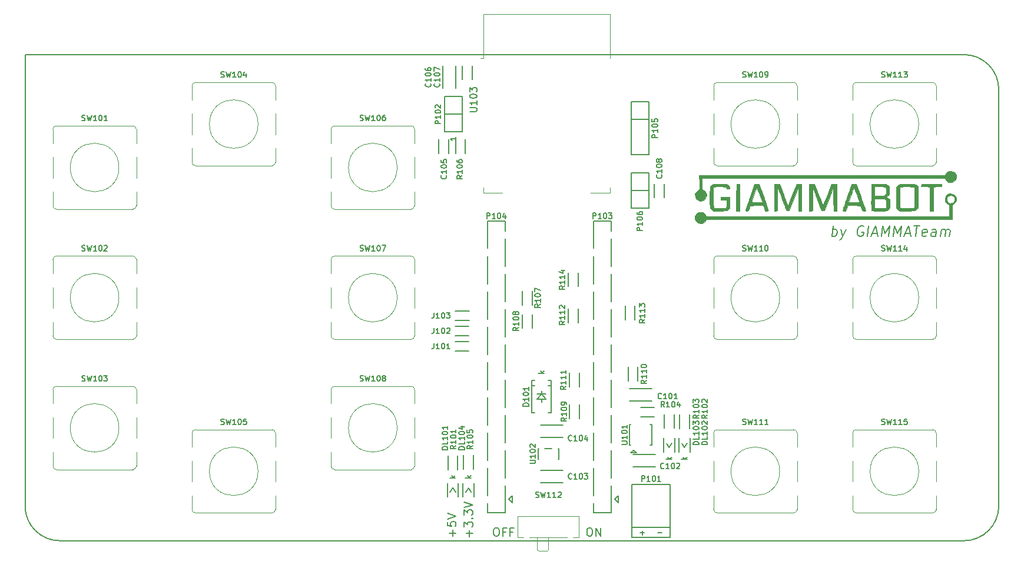
<source format=gto>
%TF.GenerationSoftware,KiCad,Pcbnew,(5.1.6-0-10_14)*%
%TF.CreationDate,2021-04-08T13:55:21+02:00*%
%TF.ProjectId,gp-controlboard,67702d63-6f6e-4747-926f-6c626f617264,rev?*%
%TF.SameCoordinates,Original*%
%TF.FileFunction,Legend,Top*%
%TF.FilePolarity,Positive*%
%FSLAX46Y46*%
G04 Gerber Fmt 4.6, Leading zero omitted, Abs format (unit mm)*
G04 Created by KiCad (PCBNEW (5.1.6-0-10_14)) date 2021-04-08 13:55:21*
%MOMM*%
%LPD*%
G01*
G04 APERTURE LIST*
%ADD10C,0.200000*%
%TA.AperFunction,Profile*%
%ADD11C,0.200000*%
%TD*%
%ADD12C,0.010000*%
%ADD13C,0.150000*%
%ADD14C,0.120000*%
G04 APERTURE END LIST*
D10*
X215987767Y-96178571D02*
X216175267Y-94678571D01*
X216103839Y-95250000D02*
X216255625Y-95178571D01*
X216541339Y-95178571D01*
X216675267Y-95250000D01*
X216737767Y-95321428D01*
X216791339Y-95464285D01*
X216737767Y-95892857D01*
X216648482Y-96035714D01*
X216568125Y-96107142D01*
X216416339Y-96178571D01*
X216130625Y-96178571D01*
X215996696Y-96107142D01*
X217327053Y-95178571D02*
X217559196Y-96178571D01*
X218041339Y-95178571D02*
X217559196Y-96178571D01*
X217371696Y-96535714D01*
X217291339Y-96607142D01*
X217139553Y-96678571D01*
X220594910Y-94750000D02*
X220460982Y-94678571D01*
X220246696Y-94678571D01*
X220023482Y-94750000D01*
X219862767Y-94892857D01*
X219773482Y-95035714D01*
X219666339Y-95321428D01*
X219639553Y-95535714D01*
X219675267Y-95821428D01*
X219728839Y-95964285D01*
X219853839Y-96107142D01*
X220059196Y-96178571D01*
X220202053Y-96178571D01*
X220425267Y-96107142D01*
X220505625Y-96035714D01*
X220568125Y-95535714D01*
X220282410Y-95535714D01*
X221130625Y-96178571D02*
X221318125Y-94678571D01*
X221827053Y-95750000D02*
X222541339Y-95750000D01*
X221630625Y-96178571D02*
X222318125Y-94678571D01*
X222630625Y-96178571D01*
X223130625Y-96178571D02*
X223318125Y-94678571D01*
X223684196Y-95750000D01*
X224318125Y-94678571D01*
X224130625Y-96178571D01*
X224844910Y-96178571D02*
X225032410Y-94678571D01*
X225398482Y-95750000D01*
X226032410Y-94678571D01*
X225844910Y-96178571D01*
X226541339Y-95750000D02*
X227255625Y-95750000D01*
X226344910Y-96178571D02*
X227032410Y-94678571D01*
X227344910Y-96178571D01*
X227818125Y-94678571D02*
X228675267Y-94678571D01*
X228059196Y-96178571D02*
X228246696Y-94678571D01*
X229568125Y-96107142D02*
X229416339Y-96178571D01*
X229130625Y-96178571D01*
X228996696Y-96107142D01*
X228943125Y-95964285D01*
X229014553Y-95392857D01*
X229103839Y-95250000D01*
X229255625Y-95178571D01*
X229541339Y-95178571D01*
X229675267Y-95250000D01*
X229728839Y-95392857D01*
X229710982Y-95535714D01*
X228978839Y-95678571D01*
X230916339Y-96178571D02*
X231014553Y-95392857D01*
X230960982Y-95250000D01*
X230827053Y-95178571D01*
X230541339Y-95178571D01*
X230389553Y-95250000D01*
X230925267Y-96107142D02*
X230773482Y-96178571D01*
X230416339Y-96178571D01*
X230282410Y-96107142D01*
X230228839Y-95964285D01*
X230246696Y-95821428D01*
X230335982Y-95678571D01*
X230487767Y-95607142D01*
X230844910Y-95607142D01*
X230996696Y-95535714D01*
X231630625Y-96178571D02*
X231755625Y-95178571D01*
X231737767Y-95321428D02*
X231818125Y-95250000D01*
X231969910Y-95178571D01*
X232184196Y-95178571D01*
X232318125Y-95250000D01*
X232371696Y-95392857D01*
X232273482Y-96178571D01*
X232371696Y-95392857D02*
X232460982Y-95250000D01*
X232612767Y-95178571D01*
X232827053Y-95178571D01*
X232960982Y-95250000D01*
X233014553Y-95392857D01*
X232916339Y-96178571D01*
X181057142Y-138142857D02*
X181285714Y-138142857D01*
X181400000Y-138200000D01*
X181514285Y-138314285D01*
X181571428Y-138542857D01*
X181571428Y-138942857D01*
X181514285Y-139171428D01*
X181400000Y-139285714D01*
X181285714Y-139342857D01*
X181057142Y-139342857D01*
X180942857Y-139285714D01*
X180828571Y-139171428D01*
X180771428Y-138942857D01*
X180771428Y-138542857D01*
X180828571Y-138314285D01*
X180942857Y-138200000D01*
X181057142Y-138142857D01*
X182085714Y-139342857D02*
X182085714Y-138142857D01*
X182771428Y-139342857D01*
X182771428Y-138142857D01*
X167657142Y-138142857D02*
X167885714Y-138142857D01*
X168000000Y-138200000D01*
X168114285Y-138314285D01*
X168171428Y-138542857D01*
X168171428Y-138942857D01*
X168114285Y-139171428D01*
X168000000Y-139285714D01*
X167885714Y-139342857D01*
X167657142Y-139342857D01*
X167542857Y-139285714D01*
X167428571Y-139171428D01*
X167371428Y-138942857D01*
X167371428Y-138542857D01*
X167428571Y-138314285D01*
X167542857Y-138200000D01*
X167657142Y-138142857D01*
X169085714Y-138714285D02*
X168685714Y-138714285D01*
X168685714Y-139342857D02*
X168685714Y-138142857D01*
X169257142Y-138142857D01*
X170114285Y-138714285D02*
X169714285Y-138714285D01*
X169714285Y-139342857D02*
X169714285Y-138142857D01*
X170285714Y-138142857D01*
X163885714Y-139400000D02*
X163885714Y-138485714D01*
X164342857Y-138942857D02*
X163428571Y-138942857D01*
X163142857Y-138028571D02*
X163142857Y-137285714D01*
X163600000Y-137685714D01*
X163600000Y-137514285D01*
X163657142Y-137400000D01*
X163714285Y-137342857D01*
X163828571Y-137285714D01*
X164114285Y-137285714D01*
X164228571Y-137342857D01*
X164285714Y-137400000D01*
X164342857Y-137514285D01*
X164342857Y-137857142D01*
X164285714Y-137971428D01*
X164228571Y-138028571D01*
X164228571Y-136771428D02*
X164285714Y-136714285D01*
X164342857Y-136771428D01*
X164285714Y-136828571D01*
X164228571Y-136771428D01*
X164342857Y-136771428D01*
X163142857Y-136314285D02*
X163142857Y-135571428D01*
X163600000Y-135971428D01*
X163600000Y-135800000D01*
X163657142Y-135685714D01*
X163714285Y-135628571D01*
X163828571Y-135571428D01*
X164114285Y-135571428D01*
X164228571Y-135628571D01*
X164285714Y-135685714D01*
X164342857Y-135800000D01*
X164342857Y-136142857D01*
X164285714Y-136257142D01*
X164228571Y-136314285D01*
X163142857Y-135228571D02*
X164342857Y-134828571D01*
X163142857Y-134428571D01*
X161485714Y-139342857D02*
X161485714Y-138428571D01*
X161942857Y-138885714D02*
X161028571Y-138885714D01*
X160742857Y-137285714D02*
X160742857Y-137857142D01*
X161314285Y-137914285D01*
X161257142Y-137857142D01*
X161200000Y-137742857D01*
X161200000Y-137457142D01*
X161257142Y-137342857D01*
X161314285Y-137285714D01*
X161428571Y-137228571D01*
X161714285Y-137228571D01*
X161828571Y-137285714D01*
X161885714Y-137342857D01*
X161942857Y-137457142D01*
X161942857Y-137742857D01*
X161885714Y-137857142D01*
X161828571Y-137914285D01*
X160742857Y-136885714D02*
X161942857Y-136485714D01*
X160742857Y-136085714D01*
D11*
X105000000Y-140000000D02*
G75*
G02*
X100000000Y-135000000I0J5000000D01*
G01*
X240000000Y-135000000D02*
G75*
G02*
X235000000Y-140000000I-5000000J0D01*
G01*
X235000000Y-70000000D02*
G75*
G02*
X240000000Y-75000000I0J-5000000D01*
G01*
X100000000Y-135000000D02*
X100000000Y-70000000D01*
X235000000Y-140000000D02*
X105000000Y-140000000D01*
X240000000Y-75000000D02*
X240000000Y-135000000D01*
X100000000Y-70000000D02*
X235000000Y-70000000D01*
D12*
%TO.C,G\u002A\u002A\u002A*%
G36*
X233317921Y-90043764D02*
G01*
X233556658Y-90165102D01*
X233740638Y-90349082D01*
X233856954Y-90580772D01*
X233892695Y-90845239D01*
X233878644Y-90973160D01*
X233820486Y-91124096D01*
X233712426Y-91292038D01*
X233579881Y-91445221D01*
X233448265Y-91551879D01*
X233396110Y-91576234D01*
X233364037Y-91591634D01*
X233340007Y-91623311D01*
X233322867Y-91684214D01*
X233311459Y-91787291D01*
X233304629Y-91945492D01*
X233301222Y-92171765D01*
X233300081Y-92479060D01*
X233300000Y-92653369D01*
X233300000Y-93700000D01*
X197924411Y-93700000D01*
X197857578Y-93850984D01*
X197720637Y-94045231D01*
X197518890Y-94189219D01*
X197278517Y-94274184D01*
X197025696Y-94291363D01*
X196786606Y-94231991D01*
X196758981Y-94218747D01*
X196619367Y-94121847D01*
X196483800Y-93989098D01*
X196458981Y-93958442D01*
X196379608Y-93835619D01*
X196338969Y-93708329D01*
X196325486Y-93534799D01*
X196325000Y-93475000D01*
X196333131Y-93282146D01*
X196365287Y-93146653D01*
X196433109Y-93026649D01*
X196459677Y-92990644D01*
X196653251Y-92807585D01*
X196884352Y-92698012D01*
X197132703Y-92660355D01*
X197378029Y-92693039D01*
X197600052Y-92794495D01*
X197778497Y-92963149D01*
X197857578Y-93099015D01*
X197924411Y-93250000D01*
X232850000Y-93250000D01*
X232849864Y-92437500D01*
X232849729Y-91625000D01*
X232663913Y-91525000D01*
X232454947Y-91364563D01*
X232320991Y-91161601D01*
X232257805Y-90933427D01*
X232259362Y-90823501D01*
X232500000Y-90823501D01*
X232528574Y-91037043D01*
X232625327Y-91194768D01*
X232765691Y-91302488D01*
X232991723Y-91389142D01*
X233221014Y-91375872D01*
X233351636Y-91324153D01*
X233518594Y-91190715D01*
X233613386Y-91016005D01*
X233640879Y-90820921D01*
X233605939Y-90626366D01*
X233513431Y-90453237D01*
X233368220Y-90322436D01*
X233175173Y-90254862D01*
X233101563Y-90250000D01*
X232848291Y-90288668D01*
X232659447Y-90400710D01*
X232541271Y-90580175D01*
X232500003Y-90821116D01*
X232500000Y-90823501D01*
X232259362Y-90823501D01*
X232261149Y-90697356D01*
X232326784Y-90470703D01*
X232450469Y-90270781D01*
X232627966Y-90114905D01*
X232855034Y-90020388D01*
X233037337Y-90000000D01*
X233317921Y-90043764D01*
G37*
X233317921Y-90043764D02*
X233556658Y-90165102D01*
X233740638Y-90349082D01*
X233856954Y-90580772D01*
X233892695Y-90845239D01*
X233878644Y-90973160D01*
X233820486Y-91124096D01*
X233712426Y-91292038D01*
X233579881Y-91445221D01*
X233448265Y-91551879D01*
X233396110Y-91576234D01*
X233364037Y-91591634D01*
X233340007Y-91623311D01*
X233322867Y-91684214D01*
X233311459Y-91787291D01*
X233304629Y-91945492D01*
X233301222Y-92171765D01*
X233300081Y-92479060D01*
X233300000Y-92653369D01*
X233300000Y-93700000D01*
X197924411Y-93700000D01*
X197857578Y-93850984D01*
X197720637Y-94045231D01*
X197518890Y-94189219D01*
X197278517Y-94274184D01*
X197025696Y-94291363D01*
X196786606Y-94231991D01*
X196758981Y-94218747D01*
X196619367Y-94121847D01*
X196483800Y-93989098D01*
X196458981Y-93958442D01*
X196379608Y-93835619D01*
X196338969Y-93708329D01*
X196325486Y-93534799D01*
X196325000Y-93475000D01*
X196333131Y-93282146D01*
X196365287Y-93146653D01*
X196433109Y-93026649D01*
X196459677Y-92990644D01*
X196653251Y-92807585D01*
X196884352Y-92698012D01*
X197132703Y-92660355D01*
X197378029Y-92693039D01*
X197600052Y-92794495D01*
X197778497Y-92963149D01*
X197857578Y-93099015D01*
X197924411Y-93250000D01*
X232850000Y-93250000D01*
X232849864Y-92437500D01*
X232849729Y-91625000D01*
X232663913Y-91525000D01*
X232454947Y-91364563D01*
X232320991Y-91161601D01*
X232257805Y-90933427D01*
X232259362Y-90823501D01*
X232500000Y-90823501D01*
X232528574Y-91037043D01*
X232625327Y-91194768D01*
X232765691Y-91302488D01*
X232991723Y-91389142D01*
X233221014Y-91375872D01*
X233351636Y-91324153D01*
X233518594Y-91190715D01*
X233613386Y-91016005D01*
X233640879Y-90820921D01*
X233605939Y-90626366D01*
X233513431Y-90453237D01*
X233368220Y-90322436D01*
X233175173Y-90254862D01*
X233101563Y-90250000D01*
X232848291Y-90288668D01*
X232659447Y-90400710D01*
X232541271Y-90580175D01*
X232500003Y-90821116D01*
X232500000Y-90823501D01*
X232259362Y-90823501D01*
X232261149Y-90697356D01*
X232326784Y-90470703D01*
X232450469Y-90270781D01*
X232627966Y-90114905D01*
X232855034Y-90020388D01*
X233037337Y-90000000D01*
X233317921Y-90043764D01*
G36*
X200197077Y-88603122D02*
G01*
X200467111Y-88611812D01*
X200686333Y-88625053D01*
X200835837Y-88641828D01*
X200884245Y-88653180D01*
X201096193Y-88773087D01*
X201239288Y-88938552D01*
X201299094Y-89132001D01*
X201300000Y-89159354D01*
X201300000Y-89350000D01*
X201078477Y-89350000D01*
X200937983Y-89342937D01*
X200868668Y-89312898D01*
X200842179Y-89246602D01*
X200840977Y-89238751D01*
X200810585Y-89152039D01*
X200739657Y-89088285D01*
X200615819Y-89044388D01*
X200426693Y-89017248D01*
X200159903Y-89003765D01*
X199890754Y-89000737D01*
X199628090Y-89003952D01*
X199391952Y-89013274D01*
X199205239Y-89027349D01*
X199090848Y-89044824D01*
X199078254Y-89048762D01*
X198950000Y-89097524D01*
X198950000Y-90538762D01*
X198951284Y-90995878D01*
X198955327Y-91360196D01*
X198962417Y-91638888D01*
X198972839Y-91839126D01*
X198986881Y-91968081D01*
X199004828Y-92032925D01*
X199010000Y-92040000D01*
X199077799Y-92065677D01*
X199226116Y-92083933D01*
X199460906Y-92095178D01*
X199788121Y-92099822D01*
X199881428Y-92100000D01*
X200195298Y-92098466D01*
X200424056Y-92092992D01*
X200582558Y-92082266D01*
X200685658Y-92064975D01*
X200748211Y-92039810D01*
X200771428Y-92021428D01*
X200809040Y-91960549D01*
X200833072Y-91856113D01*
X200845921Y-91689822D01*
X200849982Y-91443378D01*
X200850000Y-91421428D01*
X200850000Y-90900000D01*
X200000000Y-90900000D01*
X200000000Y-90500000D01*
X201300000Y-90500000D01*
X201300000Y-92130383D01*
X201122338Y-92302691D01*
X200944677Y-92475000D01*
X199934838Y-92489321D01*
X198925000Y-92503642D01*
X198737010Y-92368486D01*
X198570918Y-92203611D01*
X198496338Y-92054165D01*
X198479844Y-91942207D01*
X198467571Y-91736938D01*
X198459670Y-91444962D01*
X198456293Y-91072887D01*
X198457592Y-90627318D01*
X198459328Y-90441447D01*
X198475000Y-89007895D01*
X198600000Y-88872503D01*
X198696130Y-88779316D01*
X198799174Y-88709844D01*
X198925172Y-88660711D01*
X199090166Y-88628544D01*
X199310198Y-88609967D01*
X199601310Y-88601604D01*
X199895139Y-88599999D01*
X200197077Y-88603122D01*
G37*
X200197077Y-88603122D02*
X200467111Y-88611812D01*
X200686333Y-88625053D01*
X200835837Y-88641828D01*
X200884245Y-88653180D01*
X201096193Y-88773087D01*
X201239288Y-88938552D01*
X201299094Y-89132001D01*
X201300000Y-89159354D01*
X201300000Y-89350000D01*
X201078477Y-89350000D01*
X200937983Y-89342937D01*
X200868668Y-89312898D01*
X200842179Y-89246602D01*
X200840977Y-89238751D01*
X200810585Y-89152039D01*
X200739657Y-89088285D01*
X200615819Y-89044388D01*
X200426693Y-89017248D01*
X200159903Y-89003765D01*
X199890754Y-89000737D01*
X199628090Y-89003952D01*
X199391952Y-89013274D01*
X199205239Y-89027349D01*
X199090848Y-89044824D01*
X199078254Y-89048762D01*
X198950000Y-89097524D01*
X198950000Y-90538762D01*
X198951284Y-90995878D01*
X198955327Y-91360196D01*
X198962417Y-91638888D01*
X198972839Y-91839126D01*
X198986881Y-91968081D01*
X199004828Y-92032925D01*
X199010000Y-92040000D01*
X199077799Y-92065677D01*
X199226116Y-92083933D01*
X199460906Y-92095178D01*
X199788121Y-92099822D01*
X199881428Y-92100000D01*
X200195298Y-92098466D01*
X200424056Y-92092992D01*
X200582558Y-92082266D01*
X200685658Y-92064975D01*
X200748211Y-92039810D01*
X200771428Y-92021428D01*
X200809040Y-91960549D01*
X200833072Y-91856113D01*
X200845921Y-91689822D01*
X200849982Y-91443378D01*
X200850000Y-91421428D01*
X200850000Y-90900000D01*
X200000000Y-90900000D01*
X200000000Y-90500000D01*
X201300000Y-90500000D01*
X201300000Y-92130383D01*
X201122338Y-92302691D01*
X200944677Y-92475000D01*
X199934838Y-92489321D01*
X198925000Y-92503642D01*
X198737010Y-92368486D01*
X198570918Y-92203611D01*
X198496338Y-92054165D01*
X198479844Y-91942207D01*
X198467571Y-91736938D01*
X198459670Y-91444962D01*
X198456293Y-91072887D01*
X198457592Y-90627318D01*
X198459328Y-90441447D01*
X198475000Y-89007895D01*
X198600000Y-88872503D01*
X198696130Y-88779316D01*
X198799174Y-88709844D01*
X198925172Y-88660711D01*
X199090166Y-88628544D01*
X199310198Y-88609967D01*
X199601310Y-88601604D01*
X199895139Y-88599999D01*
X200197077Y-88603122D01*
G36*
X202751174Y-92500000D02*
G01*
X202248825Y-92500000D01*
X202261912Y-90562500D01*
X202275000Y-88625000D01*
X202725000Y-88625000D01*
X202751174Y-92500000D01*
G37*
X202751174Y-92500000D02*
X202248825Y-92500000D01*
X202261912Y-90562500D01*
X202275000Y-88625000D01*
X202725000Y-88625000D01*
X202751174Y-92500000D01*
G36*
X205468189Y-88621563D02*
G01*
X205525331Y-88659921D01*
X205541648Y-88685191D01*
X205571238Y-88756737D01*
X205628014Y-88908188D01*
X205707602Y-89126998D01*
X205805627Y-89400619D01*
X205917715Y-89716503D01*
X206039492Y-90062102D01*
X206166584Y-90424868D01*
X206294616Y-90792255D01*
X206419215Y-91151714D01*
X206536006Y-91490698D01*
X206640614Y-91796659D01*
X206728667Y-92057049D01*
X206795789Y-92259321D01*
X206837606Y-92390926D01*
X206850000Y-92438276D01*
X206802752Y-92481015D01*
X206667271Y-92499459D01*
X206630590Y-92500000D01*
X206411180Y-92500000D01*
X206271563Y-92098929D01*
X206131946Y-91697859D01*
X205209280Y-91711429D01*
X204286614Y-91725000D01*
X204025000Y-92475000D01*
X203783205Y-92490414D01*
X203639568Y-92495427D01*
X203573683Y-92481202D01*
X203563982Y-92440127D01*
X203570695Y-92415414D01*
X203593061Y-92349307D01*
X203644320Y-92199448D01*
X203720765Y-91976622D01*
X203818691Y-91691614D01*
X203934391Y-91355209D01*
X203969365Y-91253599D01*
X204450000Y-91253599D01*
X204497504Y-91270305D01*
X204630080Y-91284102D01*
X204832816Y-91294095D01*
X205090805Y-91299389D01*
X205222799Y-91300000D01*
X205995599Y-91300000D01*
X205610299Y-90177708D01*
X205501288Y-89865256D01*
X205401610Y-89589166D01*
X205316061Y-89361951D01*
X205249439Y-89196124D01*
X205206540Y-89104200D01*
X205193436Y-89090208D01*
X205168697Y-89145828D01*
X205118182Y-89279638D01*
X205047635Y-89474926D01*
X204962799Y-89714978D01*
X204869418Y-89983080D01*
X204773235Y-90262522D01*
X204679994Y-90536588D01*
X204595437Y-90788568D01*
X204525307Y-91001746D01*
X204475349Y-91159411D01*
X204451306Y-91244850D01*
X204450000Y-91253599D01*
X203969365Y-91253599D01*
X204064159Y-90978194D01*
X204204289Y-90571353D01*
X204237490Y-90475000D01*
X204875000Y-88625000D01*
X205184505Y-88610191D01*
X205363123Y-88606780D01*
X205468189Y-88621563D01*
G37*
X205468189Y-88621563D02*
X205525331Y-88659921D01*
X205541648Y-88685191D01*
X205571238Y-88756737D01*
X205628014Y-88908188D01*
X205707602Y-89126998D01*
X205805627Y-89400619D01*
X205917715Y-89716503D01*
X206039492Y-90062102D01*
X206166584Y-90424868D01*
X206294616Y-90792255D01*
X206419215Y-91151714D01*
X206536006Y-91490698D01*
X206640614Y-91796659D01*
X206728667Y-92057049D01*
X206795789Y-92259321D01*
X206837606Y-92390926D01*
X206850000Y-92438276D01*
X206802752Y-92481015D01*
X206667271Y-92499459D01*
X206630590Y-92500000D01*
X206411180Y-92500000D01*
X206271563Y-92098929D01*
X206131946Y-91697859D01*
X205209280Y-91711429D01*
X204286614Y-91725000D01*
X204025000Y-92475000D01*
X203783205Y-92490414D01*
X203639568Y-92495427D01*
X203573683Y-92481202D01*
X203563982Y-92440127D01*
X203570695Y-92415414D01*
X203593061Y-92349307D01*
X203644320Y-92199448D01*
X203720765Y-91976622D01*
X203818691Y-91691614D01*
X203934391Y-91355209D01*
X203969365Y-91253599D01*
X204450000Y-91253599D01*
X204497504Y-91270305D01*
X204630080Y-91284102D01*
X204832816Y-91294095D01*
X205090805Y-91299389D01*
X205222799Y-91300000D01*
X205995599Y-91300000D01*
X205610299Y-90177708D01*
X205501288Y-89865256D01*
X205401610Y-89589166D01*
X205316061Y-89361951D01*
X205249439Y-89196124D01*
X205206540Y-89104200D01*
X205193436Y-89090208D01*
X205168697Y-89145828D01*
X205118182Y-89279638D01*
X205047635Y-89474926D01*
X204962799Y-89714978D01*
X204869418Y-89983080D01*
X204773235Y-90262522D01*
X204679994Y-90536588D01*
X204595437Y-90788568D01*
X204525307Y-91001746D01*
X204475349Y-91159411D01*
X204451306Y-91244850D01*
X204450000Y-91253599D01*
X203969365Y-91253599D01*
X204064159Y-90978194D01*
X204204289Y-90571353D01*
X204237490Y-90475000D01*
X204875000Y-88625000D01*
X205184505Y-88610191D01*
X205363123Y-88606780D01*
X205468189Y-88621563D01*
G36*
X211650000Y-88600000D02*
G01*
X211650000Y-92500000D01*
X211201312Y-92500000D01*
X211188156Y-90788430D01*
X211175000Y-89076861D01*
X210522426Y-90775930D01*
X209869852Y-92475000D01*
X209489122Y-92475000D01*
X209288420Y-91975000D01*
X209213047Y-91784562D01*
X209110174Y-91520799D01*
X208987611Y-91203945D01*
X208853168Y-90854231D01*
X208714656Y-90491891D01*
X208631359Y-90272927D01*
X208175000Y-89070854D01*
X208175000Y-92475000D01*
X207936910Y-92490263D01*
X207698820Y-92505527D01*
X207711910Y-90565263D01*
X207725000Y-88625000D01*
X208463127Y-88625000D01*
X209056498Y-90175000D01*
X209198935Y-90547231D01*
X209329966Y-90889962D01*
X209445297Y-91191932D01*
X209540631Y-91441884D01*
X209611673Y-91628557D01*
X209654127Y-91740691D01*
X209664453Y-91768554D01*
X209685039Y-91734049D01*
X209736979Y-91616356D01*
X209816112Y-91425766D01*
X209918277Y-91172574D01*
X210039314Y-90867070D01*
X210175060Y-90519549D01*
X210296118Y-90206054D01*
X210913200Y-88599999D01*
X211281600Y-88599999D01*
X211650000Y-88600000D01*
G37*
X211650000Y-88600000D02*
X211650000Y-92500000D01*
X211201312Y-92500000D01*
X211188156Y-90788430D01*
X211175000Y-89076861D01*
X210522426Y-90775930D01*
X209869852Y-92475000D01*
X209489122Y-92475000D01*
X209288420Y-91975000D01*
X209213047Y-91784562D01*
X209110174Y-91520799D01*
X208987611Y-91203945D01*
X208853168Y-90854231D01*
X208714656Y-90491891D01*
X208631359Y-90272927D01*
X208175000Y-89070854D01*
X208175000Y-92475000D01*
X207936910Y-92490263D01*
X207698820Y-92505527D01*
X207711910Y-90565263D01*
X207725000Y-88625000D01*
X208463127Y-88625000D01*
X209056498Y-90175000D01*
X209198935Y-90547231D01*
X209329966Y-90889962D01*
X209445297Y-91191932D01*
X209540631Y-91441884D01*
X209611673Y-91628557D01*
X209654127Y-91740691D01*
X209664453Y-91768554D01*
X209685039Y-91734049D01*
X209736979Y-91616356D01*
X209816112Y-91425766D01*
X209918277Y-91172574D01*
X210039314Y-90867070D01*
X210175060Y-90519549D01*
X210296118Y-90206054D01*
X210913200Y-88599999D01*
X211281600Y-88599999D01*
X211650000Y-88600000D01*
G36*
X213131363Y-88610396D02*
G01*
X213512726Y-88625000D01*
X214106079Y-90175000D01*
X214248519Y-90547233D01*
X214379565Y-90889966D01*
X214494921Y-91191938D01*
X214590289Y-91441890D01*
X214661373Y-91628562D01*
X214703874Y-91740695D01*
X214714234Y-91768554D01*
X214734872Y-91734049D01*
X214786859Y-91616354D01*
X214866034Y-91425763D01*
X214968234Y-91172568D01*
X215089297Y-90867062D01*
X215225060Y-90519538D01*
X215346118Y-90206054D01*
X215963200Y-88599999D01*
X216331600Y-88599999D01*
X216700000Y-88600000D01*
X216700000Y-92500000D01*
X216251312Y-92500000D01*
X216238156Y-90788430D01*
X216225000Y-89076861D01*
X215572426Y-90775930D01*
X214919852Y-92475000D01*
X214539297Y-92475000D01*
X214288177Y-91850000D01*
X214192727Y-91609208D01*
X214072150Y-91300100D01*
X213936241Y-90948064D01*
X213794790Y-90578490D01*
X213657593Y-90216766D01*
X213631029Y-90146278D01*
X213225000Y-89067557D01*
X213225000Y-92475000D01*
X212987500Y-92490239D01*
X212750000Y-92505479D01*
X212750000Y-88595793D01*
X213131363Y-88610396D01*
G37*
X213131363Y-88610396D02*
X213512726Y-88625000D01*
X214106079Y-90175000D01*
X214248519Y-90547233D01*
X214379565Y-90889966D01*
X214494921Y-91191938D01*
X214590289Y-91441890D01*
X214661373Y-91628562D01*
X214703874Y-91740695D01*
X214714234Y-91768554D01*
X214734872Y-91734049D01*
X214786859Y-91616354D01*
X214866034Y-91425763D01*
X214968234Y-91172568D01*
X215089297Y-90867062D01*
X215225060Y-90519538D01*
X215346118Y-90206054D01*
X215963200Y-88599999D01*
X216331600Y-88599999D01*
X216700000Y-88600000D01*
X216700000Y-92500000D01*
X216251312Y-92500000D01*
X216238156Y-90788430D01*
X216225000Y-89076861D01*
X215572426Y-90775930D01*
X214919852Y-92475000D01*
X214539297Y-92475000D01*
X214288177Y-91850000D01*
X214192727Y-91609208D01*
X214072150Y-91300100D01*
X213936241Y-90948064D01*
X213794790Y-90578490D01*
X213657593Y-90216766D01*
X213631029Y-90146278D01*
X213225000Y-89067557D01*
X213225000Y-92475000D01*
X212987500Y-92490239D01*
X212750000Y-92505479D01*
X212750000Y-88595793D01*
X213131363Y-88610396D01*
G36*
X219185534Y-88610339D02*
G01*
X219510197Y-88625000D01*
X220147974Y-90450000D01*
X220291253Y-90860274D01*
X220425173Y-91244295D01*
X220545901Y-91591026D01*
X220649603Y-91889433D01*
X220732445Y-92128481D01*
X220790592Y-92297135D01*
X220820211Y-92384361D01*
X220822170Y-92390414D01*
X220837550Y-92459298D01*
X220811485Y-92490866D01*
X220721975Y-92496015D01*
X220620254Y-92490414D01*
X220381919Y-92475000D01*
X220246537Y-92100000D01*
X220111156Y-91725000D01*
X219192596Y-91711440D01*
X218274037Y-91697881D01*
X218131536Y-92098940D01*
X217989036Y-92500000D01*
X217769518Y-92500000D01*
X217637235Y-92490680D01*
X217559047Y-92467163D01*
X217550000Y-92454163D01*
X217565648Y-92399820D01*
X217610028Y-92262273D01*
X217679294Y-92052861D01*
X217769598Y-91782925D01*
X217877094Y-91463803D01*
X217932544Y-91300000D01*
X218407516Y-91300000D01*
X219178758Y-91300000D01*
X219443668Y-91298124D01*
X219669314Y-91292950D01*
X219838652Y-91285155D01*
X219934639Y-91275417D01*
X219950000Y-91269330D01*
X219934306Y-91202383D01*
X219890922Y-91062823D01*
X219825397Y-90866062D01*
X219743278Y-90627510D01*
X219650112Y-90362577D01*
X219551448Y-90086674D01*
X219452832Y-89815212D01*
X219359813Y-89563601D01*
X219277937Y-89347251D01*
X219212754Y-89181573D01*
X219169809Y-89081978D01*
X219154941Y-89060773D01*
X219133569Y-89124984D01*
X219085302Y-89269723D01*
X219014919Y-89480666D01*
X218927200Y-89743490D01*
X218826925Y-90043870D01*
X218770624Y-90212500D01*
X218407516Y-91300000D01*
X217932544Y-91300000D01*
X217997935Y-91106836D01*
X218128275Y-90723363D01*
X218264267Y-90324724D01*
X218402063Y-89922259D01*
X218537818Y-89527308D01*
X218667685Y-89151211D01*
X218786063Y-88810339D01*
X218860872Y-88595678D01*
X219185534Y-88610339D01*
G37*
X219185534Y-88610339D02*
X219510197Y-88625000D01*
X220147974Y-90450000D01*
X220291253Y-90860274D01*
X220425173Y-91244295D01*
X220545901Y-91591026D01*
X220649603Y-91889433D01*
X220732445Y-92128481D01*
X220790592Y-92297135D01*
X220820211Y-92384361D01*
X220822170Y-92390414D01*
X220837550Y-92459298D01*
X220811485Y-92490866D01*
X220721975Y-92496015D01*
X220620254Y-92490414D01*
X220381919Y-92475000D01*
X220246537Y-92100000D01*
X220111156Y-91725000D01*
X219192596Y-91711440D01*
X218274037Y-91697881D01*
X218131536Y-92098940D01*
X217989036Y-92500000D01*
X217769518Y-92500000D01*
X217637235Y-92490680D01*
X217559047Y-92467163D01*
X217550000Y-92454163D01*
X217565648Y-92399820D01*
X217610028Y-92262273D01*
X217679294Y-92052861D01*
X217769598Y-91782925D01*
X217877094Y-91463803D01*
X217932544Y-91300000D01*
X218407516Y-91300000D01*
X219178758Y-91300000D01*
X219443668Y-91298124D01*
X219669314Y-91292950D01*
X219838652Y-91285155D01*
X219934639Y-91275417D01*
X219950000Y-91269330D01*
X219934306Y-91202383D01*
X219890922Y-91062823D01*
X219825397Y-90866062D01*
X219743278Y-90627510D01*
X219650112Y-90362577D01*
X219551448Y-90086674D01*
X219452832Y-89815212D01*
X219359813Y-89563601D01*
X219277937Y-89347251D01*
X219212754Y-89181573D01*
X219169809Y-89081978D01*
X219154941Y-89060773D01*
X219133569Y-89124984D01*
X219085302Y-89269723D01*
X219014919Y-89480666D01*
X218927200Y-89743490D01*
X218826925Y-90043870D01*
X218770624Y-90212500D01*
X218407516Y-91300000D01*
X217932544Y-91300000D01*
X217997935Y-91106836D01*
X218128275Y-90723363D01*
X218264267Y-90324724D01*
X218402063Y-89922259D01*
X218537818Y-89527308D01*
X218667685Y-89151211D01*
X218786063Y-88810339D01*
X218860872Y-88595678D01*
X219185534Y-88610339D01*
G36*
X223219615Y-88607352D02*
G01*
X223461166Y-88610560D01*
X223640190Y-88616568D01*
X223736054Y-88624828D01*
X223871325Y-88677474D01*
X224021240Y-88775428D01*
X224073554Y-88820398D01*
X224250000Y-88986807D01*
X224250000Y-90199372D01*
X224052108Y-90342724D01*
X223854217Y-90486076D01*
X224077108Y-90646145D01*
X224300000Y-90806213D01*
X224299234Y-91465606D01*
X224296055Y-91716254D01*
X224287905Y-91933077D01*
X224275954Y-92095234D01*
X224261375Y-92181882D01*
X224258645Y-92187723D01*
X224194934Y-92255844D01*
X224085333Y-92348218D01*
X224049697Y-92375223D01*
X223992062Y-92416009D01*
X223935065Y-92446771D01*
X223864419Y-92468922D01*
X223765834Y-92483877D01*
X223625026Y-92493048D01*
X223427706Y-92497849D01*
X223159587Y-92499695D01*
X222806382Y-92499999D01*
X222788716Y-92500000D01*
X222408277Y-92498564D01*
X222118265Y-92493902D01*
X221909147Y-92485477D01*
X221771387Y-92472754D01*
X221695450Y-92455197D01*
X221672809Y-92437322D01*
X221667718Y-92374639D01*
X221663683Y-92223384D01*
X221660769Y-91994981D01*
X221659041Y-91700854D01*
X221658562Y-91352426D01*
X221659399Y-90961121D01*
X221660505Y-90750000D01*
X222150000Y-90750000D01*
X222150000Y-92100000D01*
X222939999Y-92100000D01*
X223286550Y-92096736D01*
X223539004Y-92086676D01*
X223703061Y-92069419D01*
X223784422Y-92044562D01*
X223789999Y-92040000D01*
X223821676Y-91954167D01*
X223841862Y-91775343D01*
X223849885Y-91509951D01*
X223850000Y-91468404D01*
X223849032Y-91237532D01*
X223842705Y-91084912D01*
X223825883Y-90988797D01*
X223793433Y-90927440D01*
X223740217Y-90879094D01*
X223704781Y-90853404D01*
X223637230Y-90811889D01*
X223558701Y-90783149D01*
X223450334Y-90764892D01*
X223293269Y-90754822D01*
X223068647Y-90750646D01*
X222854781Y-90750000D01*
X222150000Y-90750000D01*
X221660505Y-90750000D01*
X221661614Y-90538361D01*
X221661879Y-90499822D01*
X221662927Y-90350000D01*
X222150000Y-90350000D01*
X222784406Y-90350000D01*
X223052817Y-90348457D01*
X223242284Y-90341860D01*
X223373840Y-90327257D01*
X223468518Y-90301692D01*
X223547353Y-90262215D01*
X223585679Y-90237500D01*
X223684652Y-90161536D01*
X223748254Y-90078874D01*
X223782928Y-89967061D01*
X223795116Y-89803646D01*
X223791263Y-89566177D01*
X223789825Y-89526136D01*
X223780093Y-89342664D01*
X223757446Y-89207893D01*
X223708238Y-89114292D01*
X223618820Y-89054333D01*
X223475544Y-89020485D01*
X223264761Y-89005219D01*
X222972826Y-89001006D01*
X222837500Y-89000737D01*
X222150000Y-89000000D01*
X222150000Y-90350000D01*
X221662927Y-90350000D01*
X221675000Y-88625000D01*
X222625000Y-88610333D01*
X222934553Y-88607194D01*
X223219615Y-88607352D01*
G37*
X223219615Y-88607352D02*
X223461166Y-88610560D01*
X223640190Y-88616568D01*
X223736054Y-88624828D01*
X223871325Y-88677474D01*
X224021240Y-88775428D01*
X224073554Y-88820398D01*
X224250000Y-88986807D01*
X224250000Y-90199372D01*
X224052108Y-90342724D01*
X223854217Y-90486076D01*
X224077108Y-90646145D01*
X224300000Y-90806213D01*
X224299234Y-91465606D01*
X224296055Y-91716254D01*
X224287905Y-91933077D01*
X224275954Y-92095234D01*
X224261375Y-92181882D01*
X224258645Y-92187723D01*
X224194934Y-92255844D01*
X224085333Y-92348218D01*
X224049697Y-92375223D01*
X223992062Y-92416009D01*
X223935065Y-92446771D01*
X223864419Y-92468922D01*
X223765834Y-92483877D01*
X223625026Y-92493048D01*
X223427706Y-92497849D01*
X223159587Y-92499695D01*
X222806382Y-92499999D01*
X222788716Y-92500000D01*
X222408277Y-92498564D01*
X222118265Y-92493902D01*
X221909147Y-92485477D01*
X221771387Y-92472754D01*
X221695450Y-92455197D01*
X221672809Y-92437322D01*
X221667718Y-92374639D01*
X221663683Y-92223384D01*
X221660769Y-91994981D01*
X221659041Y-91700854D01*
X221658562Y-91352426D01*
X221659399Y-90961121D01*
X221660505Y-90750000D01*
X222150000Y-90750000D01*
X222150000Y-92100000D01*
X222939999Y-92100000D01*
X223286550Y-92096736D01*
X223539004Y-92086676D01*
X223703061Y-92069419D01*
X223784422Y-92044562D01*
X223789999Y-92040000D01*
X223821676Y-91954167D01*
X223841862Y-91775343D01*
X223849885Y-91509951D01*
X223850000Y-91468404D01*
X223849032Y-91237532D01*
X223842705Y-91084912D01*
X223825883Y-90988797D01*
X223793433Y-90927440D01*
X223740217Y-90879094D01*
X223704781Y-90853404D01*
X223637230Y-90811889D01*
X223558701Y-90783149D01*
X223450334Y-90764892D01*
X223293269Y-90754822D01*
X223068647Y-90750646D01*
X222854781Y-90750000D01*
X222150000Y-90750000D01*
X221660505Y-90750000D01*
X221661614Y-90538361D01*
X221661879Y-90499822D01*
X221662927Y-90350000D01*
X222150000Y-90350000D01*
X222784406Y-90350000D01*
X223052817Y-90348457D01*
X223242284Y-90341860D01*
X223373840Y-90327257D01*
X223468518Y-90301692D01*
X223547353Y-90262215D01*
X223585679Y-90237500D01*
X223684652Y-90161536D01*
X223748254Y-90078874D01*
X223782928Y-89967061D01*
X223795116Y-89803646D01*
X223791263Y-89566177D01*
X223789825Y-89526136D01*
X223780093Y-89342664D01*
X223757446Y-89207893D01*
X223708238Y-89114292D01*
X223618820Y-89054333D01*
X223475544Y-89020485D01*
X223264761Y-89005219D01*
X222972826Y-89001006D01*
X222837500Y-89000737D01*
X222150000Y-89000000D01*
X222150000Y-90350000D01*
X221662927Y-90350000D01*
X221675000Y-88625000D01*
X222625000Y-88610333D01*
X222934553Y-88607194D01*
X223219615Y-88607352D01*
G36*
X227194723Y-88601713D02*
G01*
X227484324Y-88608557D01*
X227703927Y-88623088D01*
X227868514Y-88647862D01*
X227993070Y-88685436D01*
X228092579Y-88738365D01*
X228182025Y-88809207D01*
X228212500Y-88837535D01*
X228350000Y-88968709D01*
X228350000Y-92130383D01*
X228172324Y-92302691D01*
X227994649Y-92475000D01*
X226859824Y-92489245D01*
X225725000Y-92503490D01*
X225534907Y-92373180D01*
X225407222Y-92265808D01*
X225314841Y-92152729D01*
X225297407Y-92118180D01*
X225285297Y-92037487D01*
X225274329Y-91870589D01*
X225264914Y-91631278D01*
X225257462Y-91333346D01*
X225252384Y-90990584D01*
X225250090Y-90616785D01*
X225250000Y-90525581D01*
X225250000Y-89097524D01*
X225750000Y-89097524D01*
X225750000Y-90538762D01*
X225751284Y-90995878D01*
X225755327Y-91360196D01*
X225762417Y-91638888D01*
X225772839Y-91839126D01*
X225786881Y-91968081D01*
X225804828Y-92032925D01*
X225810000Y-92040000D01*
X225871951Y-92063720D01*
X226008366Y-92081147D01*
X226226098Y-92092695D01*
X226532000Y-92098775D01*
X226806428Y-92100000D01*
X227144600Y-92098795D01*
X227396574Y-92094470D01*
X227576130Y-92085958D01*
X227697049Y-92072193D01*
X227773112Y-92052106D01*
X227818098Y-92024633D01*
X227821428Y-92021428D01*
X227844964Y-91986412D01*
X227863384Y-91926498D01*
X227877287Y-91830513D01*
X227887270Y-91687281D01*
X227893931Y-91485627D01*
X227897868Y-91214376D01*
X227899677Y-90862353D01*
X227900000Y-90552550D01*
X227899449Y-90138449D01*
X227897374Y-89813078D01*
X227893136Y-89565175D01*
X227886099Y-89383474D01*
X227875626Y-89256711D01*
X227861078Y-89173622D01*
X227841819Y-89122941D01*
X227817474Y-89093622D01*
X227737973Y-89067891D01*
X227578772Y-89045750D01*
X227360124Y-89027701D01*
X227102281Y-89014248D01*
X226825495Y-89005892D01*
X226550019Y-89003137D01*
X226296106Y-89006487D01*
X226084008Y-89016443D01*
X225933978Y-89033508D01*
X225886381Y-89045672D01*
X225750000Y-89097524D01*
X225250000Y-89097524D01*
X225250000Y-89057672D01*
X225385165Y-88897037D01*
X225472848Y-88801921D01*
X225564833Y-88729431D01*
X225675734Y-88676543D01*
X225820166Y-88640231D01*
X226012742Y-88617470D01*
X226268078Y-88605236D01*
X226600787Y-88600502D01*
X226820139Y-88599999D01*
X227194723Y-88601713D01*
G37*
X227194723Y-88601713D02*
X227484324Y-88608557D01*
X227703927Y-88623088D01*
X227868514Y-88647862D01*
X227993070Y-88685436D01*
X228092579Y-88738365D01*
X228182025Y-88809207D01*
X228212500Y-88837535D01*
X228350000Y-88968709D01*
X228350000Y-92130383D01*
X228172324Y-92302691D01*
X227994649Y-92475000D01*
X226859824Y-92489245D01*
X225725000Y-92503490D01*
X225534907Y-92373180D01*
X225407222Y-92265808D01*
X225314841Y-92152729D01*
X225297407Y-92118180D01*
X225285297Y-92037487D01*
X225274329Y-91870589D01*
X225264914Y-91631278D01*
X225257462Y-91333346D01*
X225252384Y-90990584D01*
X225250090Y-90616785D01*
X225250000Y-90525581D01*
X225250000Y-89097524D01*
X225750000Y-89097524D01*
X225750000Y-90538762D01*
X225751284Y-90995878D01*
X225755327Y-91360196D01*
X225762417Y-91638888D01*
X225772839Y-91839126D01*
X225786881Y-91968081D01*
X225804828Y-92032925D01*
X225810000Y-92040000D01*
X225871951Y-92063720D01*
X226008366Y-92081147D01*
X226226098Y-92092695D01*
X226532000Y-92098775D01*
X226806428Y-92100000D01*
X227144600Y-92098795D01*
X227396574Y-92094470D01*
X227576130Y-92085958D01*
X227697049Y-92072193D01*
X227773112Y-92052106D01*
X227818098Y-92024633D01*
X227821428Y-92021428D01*
X227844964Y-91986412D01*
X227863384Y-91926498D01*
X227877287Y-91830513D01*
X227887270Y-91687281D01*
X227893931Y-91485627D01*
X227897868Y-91214376D01*
X227899677Y-90862353D01*
X227900000Y-90552550D01*
X227899449Y-90138449D01*
X227897374Y-89813078D01*
X227893136Y-89565175D01*
X227886099Y-89383474D01*
X227875626Y-89256711D01*
X227861078Y-89173622D01*
X227841819Y-89122941D01*
X227817474Y-89093622D01*
X227737973Y-89067891D01*
X227578772Y-89045750D01*
X227360124Y-89027701D01*
X227102281Y-89014248D01*
X226825495Y-89005892D01*
X226550019Y-89003137D01*
X226296106Y-89006487D01*
X226084008Y-89016443D01*
X225933978Y-89033508D01*
X225886381Y-89045672D01*
X225750000Y-89097524D01*
X225250000Y-89097524D01*
X225250000Y-89057672D01*
X225385165Y-88897037D01*
X225472848Y-88801921D01*
X225564833Y-88729431D01*
X225675734Y-88676543D01*
X225820166Y-88640231D01*
X226012742Y-88617470D01*
X226268078Y-88605236D01*
X226600787Y-88600502D01*
X226820139Y-88599999D01*
X227194723Y-88601713D01*
G36*
X231790425Y-88810937D02*
G01*
X231805850Y-88996875D01*
X231190425Y-89010937D01*
X230575000Y-89025000D01*
X230548704Y-92500000D01*
X230101295Y-92500000D01*
X230088147Y-90762500D01*
X230075000Y-89025000D01*
X229459574Y-89010937D01*
X228844149Y-88996875D01*
X228859574Y-88810937D01*
X228875000Y-88625000D01*
X231775000Y-88625000D01*
X231790425Y-88810937D01*
G37*
X231790425Y-88810937D02*
X231805850Y-88996875D01*
X231190425Y-89010937D01*
X230575000Y-89025000D01*
X230548704Y-92500000D01*
X230101295Y-92500000D01*
X230088147Y-90762500D01*
X230075000Y-89025000D01*
X229459574Y-89010937D01*
X228844149Y-88996875D01*
X228859574Y-88810937D01*
X228875000Y-88625000D01*
X231775000Y-88625000D01*
X231790425Y-88810937D01*
G36*
X233408298Y-86831833D02*
G01*
X233627266Y-86969665D01*
X233740322Y-87090644D01*
X233820044Y-87213748D01*
X233860885Y-87340780D01*
X233874487Y-87513610D01*
X233875000Y-87575000D01*
X233866868Y-87767853D01*
X233834712Y-87903346D01*
X233766890Y-88023350D01*
X233740322Y-88059355D01*
X233546748Y-88242414D01*
X233315647Y-88351987D01*
X233067296Y-88389644D01*
X232821970Y-88356960D01*
X232599947Y-88255504D01*
X232421502Y-88086850D01*
X232342421Y-87950984D01*
X232275588Y-87800000D01*
X197350000Y-87800000D01*
X197350000Y-89437867D01*
X197501012Y-89500419D01*
X197706923Y-89636279D01*
X197862470Y-89838217D01*
X197954959Y-90079677D01*
X197971700Y-90334105D01*
X197951757Y-90443472D01*
X197835776Y-90703079D01*
X197653550Y-90901522D01*
X197422088Y-91028213D01*
X197158399Y-91072560D01*
X196975000Y-91051585D01*
X196704972Y-90946462D01*
X196504241Y-90769403D01*
X196371381Y-90519025D01*
X196348242Y-90443472D01*
X196327451Y-90189456D01*
X196389394Y-89937802D01*
X196521435Y-89714673D01*
X196710939Y-89546229D01*
X196804903Y-89497968D01*
X196961831Y-89432967D01*
X196943415Y-88403983D01*
X196925000Y-87375000D01*
X232275650Y-87349860D01*
X232342451Y-87198945D01*
X232484162Y-86989924D01*
X232681880Y-86847130D01*
X232915328Y-86772137D01*
X233164226Y-86766514D01*
X233408298Y-86831833D01*
G37*
X233408298Y-86831833D02*
X233627266Y-86969665D01*
X233740322Y-87090644D01*
X233820044Y-87213748D01*
X233860885Y-87340780D01*
X233874487Y-87513610D01*
X233875000Y-87575000D01*
X233866868Y-87767853D01*
X233834712Y-87903346D01*
X233766890Y-88023350D01*
X233740322Y-88059355D01*
X233546748Y-88242414D01*
X233315647Y-88351987D01*
X233067296Y-88389644D01*
X232821970Y-88356960D01*
X232599947Y-88255504D01*
X232421502Y-88086850D01*
X232342421Y-87950984D01*
X232275588Y-87800000D01*
X197350000Y-87800000D01*
X197350000Y-89437867D01*
X197501012Y-89500419D01*
X197706923Y-89636279D01*
X197862470Y-89838217D01*
X197954959Y-90079677D01*
X197971700Y-90334105D01*
X197951757Y-90443472D01*
X197835776Y-90703079D01*
X197653550Y-90901522D01*
X197422088Y-91028213D01*
X197158399Y-91072560D01*
X196975000Y-91051585D01*
X196704972Y-90946462D01*
X196504241Y-90769403D01*
X196371381Y-90519025D01*
X196348242Y-90443472D01*
X196327451Y-90189456D01*
X196389394Y-89937802D01*
X196521435Y-89714673D01*
X196710939Y-89546229D01*
X196804903Y-89497968D01*
X196961831Y-89432967D01*
X196943415Y-88403983D01*
X196925000Y-87375000D01*
X232275650Y-87349860D01*
X232342451Y-87198945D01*
X232484162Y-86989924D01*
X232681880Y-86847130D01*
X232915328Y-86772137D01*
X233164226Y-86766514D01*
X233408298Y-86831833D01*
D13*
%TO.C,C101*%
X186900000Y-118100000D02*
X190100000Y-118100000D01*
X190100000Y-119900000D02*
X186900000Y-119900000D01*
%TO.C,C102*%
X190600000Y-129400000D02*
X187400000Y-129400000D01*
X187400000Y-127600000D02*
X190600000Y-127600000D01*
%TO.C,C103*%
X177350000Y-131650000D02*
X174150000Y-131650000D01*
X174150000Y-129850000D02*
X177350000Y-129850000D01*
%TO.C,C104*%
X174150000Y-123350000D02*
X177350000Y-123350000D01*
X177350000Y-125150000D02*
X174150000Y-125150000D01*
%TO.C,C105*%
X159500000Y-84200000D02*
X159500000Y-82200000D01*
X160900000Y-82200000D02*
X160900000Y-84200000D01*
%TO.C,C106*%
X161900000Y-71600000D02*
X161900000Y-74800000D01*
X160100000Y-74800000D02*
X160100000Y-71600000D01*
%TO.C,C107*%
X162900000Y-73600000D02*
X162900000Y-71600000D01*
X164300000Y-71600000D02*
X164300000Y-73600000D01*
%TO.C,C108*%
X190500000Y-90600000D02*
X190500000Y-88600000D01*
X191900000Y-88600000D02*
X191900000Y-90600000D01*
%TO.C,DL101*%
X161100000Y-133000000D02*
X161500000Y-132400000D01*
X161500000Y-132400000D02*
X161900000Y-133000000D01*
X162300000Y-131700000D02*
X162300000Y-133700000D01*
X160700000Y-133700000D02*
X160700000Y-131700000D01*
%TO.C,DL102*%
X195600000Y-125250000D02*
X195600000Y-127250000D01*
X194000000Y-127250000D02*
X194000000Y-125250000D01*
X194800000Y-126550000D02*
X194400000Y-125950000D01*
X195200000Y-125950000D02*
X194800000Y-126550000D01*
%TO.C,DL103*%
X193000000Y-125950000D02*
X192600000Y-126550000D01*
X192600000Y-126550000D02*
X192200000Y-125950000D01*
X191800000Y-127250000D02*
X191800000Y-125250000D01*
X193400000Y-125250000D02*
X193400000Y-127250000D01*
%TO.C,DL104*%
X162950000Y-133700000D02*
X162950000Y-131700000D01*
X164550000Y-131700000D02*
X164550000Y-133700000D01*
X163750000Y-132400000D02*
X164150000Y-133000000D01*
X163350000Y-133000000D02*
X163750000Y-132400000D01*
%TO.C,P101*%
X187230000Y-138100000D02*
X187230000Y-139500000D01*
X187230000Y-139500000D02*
X192770000Y-139500000D01*
X192770000Y-139500000D02*
X192770000Y-138100000D01*
X187230000Y-138100000D02*
X192770000Y-138100000D01*
X192770000Y-138100000D02*
X192770000Y-131900000D01*
X192770000Y-131900000D02*
X187230000Y-131900000D01*
X187230000Y-131900000D02*
X187230000Y-138100000D01*
%TO.C,P102*%
X162870000Y-81140000D02*
X160330000Y-81140000D01*
X162870000Y-76060000D02*
X162870000Y-81140000D01*
X160330000Y-76060000D02*
X162870000Y-76060000D01*
X160330000Y-81140000D02*
X160330000Y-76060000D01*
X160330000Y-78600000D02*
X162870000Y-78600000D01*
%TO.C,P103*%
X185300000Y-134500000D02*
X185300000Y-133500000D01*
X185300000Y-134500000D02*
X184800000Y-134000000D01*
X184800000Y-134000000D02*
X185300000Y-133500000D01*
X181750000Y-134600000D02*
X181750000Y-136000000D01*
X181750000Y-136000000D02*
X184250000Y-136000000D01*
X184250000Y-136000000D02*
X184250000Y-132100000D01*
X184250000Y-130950000D02*
X184250000Y-127000000D01*
X184250000Y-125850000D02*
X184250000Y-121950000D01*
X184250000Y-120800000D02*
X184250000Y-116850000D01*
X184250000Y-115750000D02*
X184250000Y-111750000D01*
X184250000Y-110650000D02*
X184250000Y-106650000D01*
X184250000Y-105550000D02*
X184250000Y-101600000D01*
X184250000Y-100500000D02*
X184250000Y-96500000D01*
X184250000Y-95400000D02*
X184250000Y-94000000D01*
X184250000Y-94000000D02*
X181750000Y-94000000D01*
X181750000Y-94000000D02*
X181750000Y-97900000D01*
X181750000Y-99050000D02*
X181750000Y-103000000D01*
X181750000Y-104150000D02*
X181750000Y-108100000D01*
X181750000Y-109200000D02*
X181750000Y-113150000D01*
X181750000Y-114300000D02*
X181750000Y-118250000D01*
X181750000Y-119400000D02*
X181750000Y-123350000D01*
X181750000Y-124450000D02*
X181750000Y-128400000D01*
X181750000Y-129500000D02*
X181750000Y-133500000D01*
%TO.C,P104*%
X166510000Y-129500000D02*
X166510000Y-133500000D01*
X166510000Y-124450000D02*
X166510000Y-128400000D01*
X166510000Y-119400000D02*
X166510000Y-123350000D01*
X166510000Y-114300000D02*
X166510000Y-118250000D01*
X166510000Y-109200000D02*
X166510000Y-113150000D01*
X166510000Y-104150000D02*
X166510000Y-108100000D01*
X166510000Y-99050000D02*
X166510000Y-103000000D01*
X166510000Y-94000000D02*
X166510000Y-97900000D01*
X169010000Y-94000000D02*
X166510000Y-94000000D01*
X169010000Y-95400000D02*
X169010000Y-94000000D01*
X169010000Y-100500000D02*
X169010000Y-96500000D01*
X169010000Y-105550000D02*
X169010000Y-101600000D01*
X169010000Y-110650000D02*
X169010000Y-106650000D01*
X169010000Y-115750000D02*
X169010000Y-111750000D01*
X169010000Y-120800000D02*
X169010000Y-116850000D01*
X169010000Y-125850000D02*
X169010000Y-121950000D01*
X169010000Y-130950000D02*
X169010000Y-127000000D01*
X169010000Y-136000000D02*
X169010000Y-132100000D01*
X166510000Y-136000000D02*
X169010000Y-136000000D01*
X166510000Y-134600000D02*
X166510000Y-136000000D01*
X169560000Y-134000000D02*
X170060000Y-133500000D01*
X170060000Y-134500000D02*
X169560000Y-134000000D01*
X170060000Y-134500000D02*
X170060000Y-133500000D01*
%TO.C,P105*%
X187130000Y-76790000D02*
X189670000Y-76790000D01*
X187130000Y-84410000D02*
X187130000Y-76790000D01*
X189670000Y-84410000D02*
X187130000Y-84410000D01*
X189670000Y-76790000D02*
X189670000Y-84410000D01*
X189670000Y-79330000D02*
X187130000Y-79330000D01*
%TO.C,P106*%
X189670000Y-89600000D02*
X187130000Y-89600000D01*
X189670000Y-87060000D02*
X189670000Y-92140000D01*
X189670000Y-92140000D02*
X187130000Y-92140000D01*
X187130000Y-92140000D02*
X187130000Y-87060000D01*
X187130000Y-87060000D02*
X189670000Y-87060000D01*
%TO.C,R101*%
X162200000Y-127750000D02*
X162200000Y-129750000D01*
X160800000Y-129750000D02*
X160800000Y-127750000D01*
%TO.C,R102*%
X195500000Y-121850000D02*
X195500000Y-123850000D01*
X194100000Y-123850000D02*
X194100000Y-121850000D01*
%TO.C,R103*%
X191900000Y-123800000D02*
X191900000Y-121800000D01*
X193300000Y-121800000D02*
X193300000Y-123800000D01*
%TO.C,R104*%
X188500000Y-120800000D02*
X190500000Y-120800000D01*
X190500000Y-122200000D02*
X188500000Y-122200000D01*
%TO.C,R105*%
X163050000Y-129700000D02*
X163050000Y-127700000D01*
X164450000Y-127700000D02*
X164450000Y-129700000D01*
%TO.C,R106*%
X163300000Y-82200000D02*
X163300000Y-84200000D01*
X161900000Y-84200000D02*
X161900000Y-82200000D01*
%TO.C,R107*%
X171500000Y-106050000D02*
X171500000Y-104050000D01*
X172900000Y-104050000D02*
X172900000Y-106050000D01*
%TO.C,R108*%
X172900000Y-107400000D02*
X172900000Y-109400000D01*
X171500000Y-109400000D02*
X171500000Y-107400000D01*
D14*
%TO.C,SW101*%
X113500000Y-86250000D02*
G75*
G03*
X113500000Y-86250000I-3500000J0D01*
G01*
X104000000Y-87750000D02*
X104000000Y-84750000D01*
X104000000Y-91750000D02*
X104000000Y-89750000D01*
X115500000Y-92250000D02*
X104500000Y-92250000D01*
X116000000Y-89750000D02*
X116000000Y-91750000D01*
X116000000Y-84750000D02*
X116000000Y-87750000D01*
X116000000Y-80750000D02*
X116000000Y-82750000D01*
X104500000Y-80250000D02*
X115500000Y-80250000D01*
X104000000Y-82750000D02*
X104000000Y-80750000D01*
X104000000Y-80750000D02*
G75*
G02*
X104500000Y-80250000I500000J0D01*
G01*
X116000000Y-91750000D02*
G75*
G02*
X115500000Y-92250000I-500000J0D01*
G01*
X104500000Y-92250000D02*
G75*
G02*
X104000000Y-91750000I0J500000D01*
G01*
X115500000Y-80250000D02*
G75*
G02*
X116000000Y-80750000I0J-500000D01*
G01*
%TO.C,SW102*%
X104000000Y-101500000D02*
X104000000Y-99500000D01*
X104500000Y-99000000D02*
X115500000Y-99000000D01*
X116000000Y-99500000D02*
X116000000Y-101500000D01*
X116000000Y-103500000D02*
X116000000Y-106500000D01*
X116000000Y-108500000D02*
X116000000Y-110500000D01*
X115500000Y-111000000D02*
X104500000Y-111000000D01*
X104000000Y-110500000D02*
X104000000Y-108500000D01*
X104000000Y-106500000D02*
X104000000Y-103500000D01*
X113500000Y-105000000D02*
G75*
G03*
X113500000Y-105000000I-3500000J0D01*
G01*
X115500000Y-99000000D02*
G75*
G02*
X116000000Y-99500000I0J-500000D01*
G01*
X104500000Y-111000000D02*
G75*
G02*
X104000000Y-110500000I0J500000D01*
G01*
X116000000Y-110500000D02*
G75*
G02*
X115500000Y-111000000I-500000J0D01*
G01*
X104000000Y-99500000D02*
G75*
G02*
X104500000Y-99000000I500000J0D01*
G01*
%TO.C,SW103*%
X113500000Y-123750000D02*
G75*
G03*
X113500000Y-123750000I-3500000J0D01*
G01*
X104000000Y-125250000D02*
X104000000Y-122250000D01*
X104000000Y-129250000D02*
X104000000Y-127250000D01*
X115500000Y-129750000D02*
X104500000Y-129750000D01*
X116000000Y-127250000D02*
X116000000Y-129250000D01*
X116000000Y-122250000D02*
X116000000Y-125250000D01*
X116000000Y-118250000D02*
X116000000Y-120250000D01*
X104500000Y-117750000D02*
X115500000Y-117750000D01*
X104000000Y-120250000D02*
X104000000Y-118250000D01*
X104000000Y-118250000D02*
G75*
G02*
X104500000Y-117750000I500000J0D01*
G01*
X116000000Y-129250000D02*
G75*
G02*
X115500000Y-129750000I-500000J0D01*
G01*
X104500000Y-129750000D02*
G75*
G02*
X104000000Y-129250000I0J500000D01*
G01*
X115500000Y-117750000D02*
G75*
G02*
X116000000Y-118250000I0J-500000D01*
G01*
%TO.C,SW104*%
X124000000Y-76500000D02*
X124000000Y-74500000D01*
X124500000Y-74000000D02*
X135500000Y-74000000D01*
X136000000Y-74500000D02*
X136000000Y-76500000D01*
X136000000Y-78500000D02*
X136000000Y-81500000D01*
X136000000Y-83500000D02*
X136000000Y-85500000D01*
X135500000Y-86000000D02*
X124500000Y-86000000D01*
X124000000Y-85500000D02*
X124000000Y-83500000D01*
X124000000Y-81500000D02*
X124000000Y-78500000D01*
X133500000Y-80000000D02*
G75*
G03*
X133500000Y-80000000I-3500000J0D01*
G01*
X135500000Y-74000000D02*
G75*
G02*
X136000000Y-74500000I0J-500000D01*
G01*
X124500000Y-86000000D02*
G75*
G02*
X124000000Y-85500000I0J500000D01*
G01*
X136000000Y-85500000D02*
G75*
G02*
X135500000Y-86000000I-500000J0D01*
G01*
X124000000Y-74500000D02*
G75*
G02*
X124500000Y-74000000I500000J0D01*
G01*
%TO.C,SW105*%
X133500000Y-130000000D02*
G75*
G03*
X133500000Y-130000000I-3500000J0D01*
G01*
X124000000Y-131500000D02*
X124000000Y-128500000D01*
X124000000Y-135500000D02*
X124000000Y-133500000D01*
X135500000Y-136000000D02*
X124500000Y-136000000D01*
X136000000Y-133500000D02*
X136000000Y-135500000D01*
X136000000Y-128500000D02*
X136000000Y-131500000D01*
X136000000Y-124500000D02*
X136000000Y-126500000D01*
X124500000Y-124000000D02*
X135500000Y-124000000D01*
X124000000Y-126500000D02*
X124000000Y-124500000D01*
X124000000Y-124500000D02*
G75*
G02*
X124500000Y-124000000I500000J0D01*
G01*
X136000000Y-135500000D02*
G75*
G02*
X135500000Y-136000000I-500000J0D01*
G01*
X124500000Y-136000000D02*
G75*
G02*
X124000000Y-135500000I0J500000D01*
G01*
X135500000Y-124000000D02*
G75*
G02*
X136000000Y-124500000I0J-500000D01*
G01*
%TO.C,SW106*%
X144000000Y-82750000D02*
X144000000Y-80750000D01*
X144500000Y-80250000D02*
X155500000Y-80250000D01*
X156000000Y-80750000D02*
X156000000Y-82750000D01*
X156000000Y-84750000D02*
X156000000Y-87750000D01*
X156000000Y-89750000D02*
X156000000Y-91750000D01*
X155500000Y-92250000D02*
X144500000Y-92250000D01*
X144000000Y-91750000D02*
X144000000Y-89750000D01*
X144000000Y-87750000D02*
X144000000Y-84750000D01*
X153500000Y-86250000D02*
G75*
G03*
X153500000Y-86250000I-3500000J0D01*
G01*
X155500000Y-80250000D02*
G75*
G02*
X156000000Y-80750000I0J-500000D01*
G01*
X144500000Y-92250000D02*
G75*
G02*
X144000000Y-91750000I0J500000D01*
G01*
X156000000Y-91750000D02*
G75*
G02*
X155500000Y-92250000I-500000J0D01*
G01*
X144000000Y-80750000D02*
G75*
G02*
X144500000Y-80250000I500000J0D01*
G01*
%TO.C,SW107*%
X153500000Y-105000000D02*
G75*
G03*
X153500000Y-105000000I-3500000J0D01*
G01*
X144000000Y-106500000D02*
X144000000Y-103500000D01*
X144000000Y-110500000D02*
X144000000Y-108500000D01*
X155500000Y-111000000D02*
X144500000Y-111000000D01*
X156000000Y-108500000D02*
X156000000Y-110500000D01*
X156000000Y-103500000D02*
X156000000Y-106500000D01*
X156000000Y-99500000D02*
X156000000Y-101500000D01*
X144500000Y-99000000D02*
X155500000Y-99000000D01*
X144000000Y-101500000D02*
X144000000Y-99500000D01*
X144000000Y-99500000D02*
G75*
G02*
X144500000Y-99000000I500000J0D01*
G01*
X156000000Y-110500000D02*
G75*
G02*
X155500000Y-111000000I-500000J0D01*
G01*
X144500000Y-111000000D02*
G75*
G02*
X144000000Y-110500000I0J500000D01*
G01*
X155500000Y-99000000D02*
G75*
G02*
X156000000Y-99500000I0J-500000D01*
G01*
%TO.C,SW108*%
X144000000Y-120250000D02*
X144000000Y-118250000D01*
X144500000Y-117750000D02*
X155500000Y-117750000D01*
X156000000Y-118250000D02*
X156000000Y-120250000D01*
X156000000Y-122250000D02*
X156000000Y-125250000D01*
X156000000Y-127250000D02*
X156000000Y-129250000D01*
X155500000Y-129750000D02*
X144500000Y-129750000D01*
X144000000Y-129250000D02*
X144000000Y-127250000D01*
X144000000Y-125250000D02*
X144000000Y-122250000D01*
X153500000Y-123750000D02*
G75*
G03*
X153500000Y-123750000I-3500000J0D01*
G01*
X155500000Y-117750000D02*
G75*
G02*
X156000000Y-118250000I0J-500000D01*
G01*
X144500000Y-129750000D02*
G75*
G02*
X144000000Y-129250000I0J500000D01*
G01*
X156000000Y-129250000D02*
G75*
G02*
X155500000Y-129750000I-500000J0D01*
G01*
X144000000Y-118250000D02*
G75*
G02*
X144500000Y-117750000I500000J0D01*
G01*
%TO.C,SW109*%
X208500000Y-80000000D02*
G75*
G03*
X208500000Y-80000000I-3500000J0D01*
G01*
X199000000Y-81500000D02*
X199000000Y-78500000D01*
X199000000Y-85500000D02*
X199000000Y-83500000D01*
X210500000Y-86000000D02*
X199500000Y-86000000D01*
X211000000Y-83500000D02*
X211000000Y-85500000D01*
X211000000Y-78500000D02*
X211000000Y-81500000D01*
X211000000Y-74500000D02*
X211000000Y-76500000D01*
X199500000Y-74000000D02*
X210500000Y-74000000D01*
X199000000Y-76500000D02*
X199000000Y-74500000D01*
X199000000Y-74500000D02*
G75*
G02*
X199500000Y-74000000I500000J0D01*
G01*
X211000000Y-85500000D02*
G75*
G02*
X210500000Y-86000000I-500000J0D01*
G01*
X199500000Y-86000000D02*
G75*
G02*
X199000000Y-85500000I0J500000D01*
G01*
X210500000Y-74000000D02*
G75*
G02*
X211000000Y-74500000I0J-500000D01*
G01*
%TO.C,SW110*%
X199000000Y-101500000D02*
X199000000Y-99500000D01*
X199500000Y-99000000D02*
X210500000Y-99000000D01*
X211000000Y-99500000D02*
X211000000Y-101500000D01*
X211000000Y-103500000D02*
X211000000Y-106500000D01*
X211000000Y-108500000D02*
X211000000Y-110500000D01*
X210500000Y-111000000D02*
X199500000Y-111000000D01*
X199000000Y-110500000D02*
X199000000Y-108500000D01*
X199000000Y-106500000D02*
X199000000Y-103500000D01*
X208500000Y-105000000D02*
G75*
G03*
X208500000Y-105000000I-3500000J0D01*
G01*
X210500000Y-99000000D02*
G75*
G02*
X211000000Y-99500000I0J-500000D01*
G01*
X199500000Y-111000000D02*
G75*
G02*
X199000000Y-110500000I0J500000D01*
G01*
X211000000Y-110500000D02*
G75*
G02*
X210500000Y-111000000I-500000J0D01*
G01*
X199000000Y-99500000D02*
G75*
G02*
X199500000Y-99000000I500000J0D01*
G01*
%TO.C,SW111*%
X199000000Y-126500000D02*
X199000000Y-124500000D01*
X199500000Y-124000000D02*
X210500000Y-124000000D01*
X211000000Y-124500000D02*
X211000000Y-126500000D01*
X211000000Y-128500000D02*
X211000000Y-131500000D01*
X211000000Y-133500000D02*
X211000000Y-135500000D01*
X210500000Y-136000000D02*
X199500000Y-136000000D01*
X199000000Y-135500000D02*
X199000000Y-133500000D01*
X199000000Y-131500000D02*
X199000000Y-128500000D01*
X208500000Y-130000000D02*
G75*
G03*
X208500000Y-130000000I-3500000J0D01*
G01*
X210500000Y-124000000D02*
G75*
G02*
X211000000Y-124500000I0J-500000D01*
G01*
X199500000Y-136000000D02*
G75*
G02*
X199000000Y-135500000I0J500000D01*
G01*
X211000000Y-135500000D02*
G75*
G02*
X210500000Y-136000000I-500000J0D01*
G01*
X199000000Y-124500000D02*
G75*
G02*
X199500000Y-124000000I500000J0D01*
G01*
%TO.C,SW112*%
X175250000Y-141300000D02*
X175250000Y-139500000D01*
X175050000Y-141500000D02*
X175250000Y-141300000D01*
X173850000Y-141500000D02*
X175050000Y-141500000D01*
X173650000Y-141300000D02*
X173850000Y-141500000D01*
X173650000Y-139500000D02*
X173650000Y-141300000D01*
X170850000Y-139500000D02*
X170850000Y-136500000D01*
X171700000Y-139500000D02*
X170850000Y-139500000D01*
X177950000Y-139500000D02*
X172550000Y-139500000D01*
X179650000Y-139500000D02*
X178800000Y-139500000D01*
X179650000Y-136500000D02*
X179650000Y-139500000D01*
X170850000Y-136500000D02*
X179650000Y-136500000D01*
%TO.C,SW113*%
X228500000Y-80000000D02*
G75*
G03*
X228500000Y-80000000I-3500000J0D01*
G01*
X219000000Y-81500000D02*
X219000000Y-78500000D01*
X219000000Y-85500000D02*
X219000000Y-83500000D01*
X230500000Y-86000000D02*
X219500000Y-86000000D01*
X231000000Y-83500000D02*
X231000000Y-85500000D01*
X231000000Y-78500000D02*
X231000000Y-81500000D01*
X231000000Y-74500000D02*
X231000000Y-76500000D01*
X219500000Y-74000000D02*
X230500000Y-74000000D01*
X219000000Y-76500000D02*
X219000000Y-74500000D01*
X219000000Y-74500000D02*
G75*
G02*
X219500000Y-74000000I500000J0D01*
G01*
X231000000Y-85500000D02*
G75*
G02*
X230500000Y-86000000I-500000J0D01*
G01*
X219500000Y-86000000D02*
G75*
G02*
X219000000Y-85500000I0J500000D01*
G01*
X230500000Y-74000000D02*
G75*
G02*
X231000000Y-74500000I0J-500000D01*
G01*
%TO.C,SW114*%
X219000000Y-101500000D02*
X219000000Y-99500000D01*
X219500000Y-99000000D02*
X230500000Y-99000000D01*
X231000000Y-99500000D02*
X231000000Y-101500000D01*
X231000000Y-103500000D02*
X231000000Y-106500000D01*
X231000000Y-108500000D02*
X231000000Y-110500000D01*
X230500000Y-111000000D02*
X219500000Y-111000000D01*
X219000000Y-110500000D02*
X219000000Y-108500000D01*
X219000000Y-106500000D02*
X219000000Y-103500000D01*
X228500000Y-105000000D02*
G75*
G03*
X228500000Y-105000000I-3500000J0D01*
G01*
X230500000Y-99000000D02*
G75*
G02*
X231000000Y-99500000I0J-500000D01*
G01*
X219500000Y-111000000D02*
G75*
G02*
X219000000Y-110500000I0J500000D01*
G01*
X231000000Y-110500000D02*
G75*
G02*
X230500000Y-111000000I-500000J0D01*
G01*
X219000000Y-99500000D02*
G75*
G02*
X219500000Y-99000000I500000J0D01*
G01*
%TO.C,SW115*%
X228500000Y-130000000D02*
G75*
G03*
X228500000Y-130000000I-3500000J0D01*
G01*
X219000000Y-131500000D02*
X219000000Y-128500000D01*
X219000000Y-135500000D02*
X219000000Y-133500000D01*
X230500000Y-136000000D02*
X219500000Y-136000000D01*
X231000000Y-133500000D02*
X231000000Y-135500000D01*
X231000000Y-128500000D02*
X231000000Y-131500000D01*
X231000000Y-124500000D02*
X231000000Y-126500000D01*
X219500000Y-124000000D02*
X230500000Y-124000000D01*
X219000000Y-126500000D02*
X219000000Y-124500000D01*
X219000000Y-124500000D02*
G75*
G02*
X219500000Y-124000000I500000J0D01*
G01*
X231000000Y-135500000D02*
G75*
G02*
X230500000Y-136000000I-500000J0D01*
G01*
X219500000Y-136000000D02*
G75*
G02*
X219000000Y-135500000I0J500000D01*
G01*
X230500000Y-124000000D02*
G75*
G02*
X231000000Y-124500000I0J-500000D01*
G01*
D13*
%TO.C,U101*%
X186900000Y-123250000D02*
X187100000Y-123250000D01*
X186900000Y-126250000D02*
X186900000Y-123250000D01*
X187100000Y-126250000D02*
X186900000Y-126250000D01*
X190100000Y-126250000D02*
X189900000Y-126250000D01*
X190100000Y-123250000D02*
X190100000Y-126250000D01*
X189900000Y-123250000D02*
X190100000Y-123250000D01*
X187900000Y-127350000D02*
X187500000Y-126950000D01*
X187100000Y-127350000D02*
X187900000Y-127350000D01*
X187500000Y-126950000D02*
X187100000Y-127350000D01*
%TO.C,U102*%
X173750000Y-126700000D02*
X173850000Y-126700000D01*
X173750000Y-128300000D02*
X173750000Y-126700000D01*
X174750000Y-126700000D02*
X175750000Y-126700000D01*
X176750000Y-128300000D02*
X176650000Y-128300000D01*
X176750000Y-126700000D02*
X176750000Y-128300000D01*
X173750000Y-128300000D02*
X173850000Y-128300000D01*
X176750000Y-126700000D02*
X176650000Y-126700000D01*
D14*
%TO.C,U103*%
X165880000Y-89100000D02*
X165880000Y-89880000D01*
X165880000Y-89880000D02*
X168650000Y-89880000D01*
X184120000Y-89100000D02*
X184120000Y-89880000D01*
X184120000Y-89880000D02*
X181350000Y-89880000D01*
X165880000Y-64135000D02*
X184120000Y-64135000D01*
X184120000Y-64135000D02*
X184120000Y-70555000D01*
X165880000Y-64135000D02*
X165880000Y-70555000D01*
X165880000Y-70555000D02*
X165500000Y-70555000D01*
D13*
%TO.C,D101*%
X175250000Y-116950000D02*
X175650000Y-116950000D01*
X175650000Y-116950000D02*
X175650000Y-121550000D01*
X175650000Y-121550000D02*
X175250000Y-121550000D01*
X175250000Y-117650000D02*
X175650000Y-117650000D01*
X172850000Y-117650000D02*
X173250000Y-117650000D01*
X172850000Y-121550000D02*
X173250000Y-121550000D01*
X172850000Y-121550000D02*
X172850000Y-116950000D01*
X172850000Y-116950000D02*
X173250000Y-116950000D01*
X173650000Y-119650000D02*
X174250000Y-118850000D01*
X174250000Y-118850000D02*
X174850000Y-119650000D01*
X173650000Y-119650000D02*
X174850000Y-119650000D01*
X174250000Y-120050000D02*
X174250000Y-119650000D01*
X174250000Y-118450000D02*
X174250000Y-118850000D01*
X174850000Y-118850000D02*
X173650000Y-118850000D01*
%TO.C,R109*%
X178300000Y-122400000D02*
X178300000Y-120400000D01*
X179700000Y-120400000D02*
X179700000Y-122400000D01*
%TO.C,R110*%
X188100000Y-115000000D02*
X188100000Y-117000000D01*
X186700000Y-117000000D02*
X186700000Y-115000000D01*
%TO.C,R111*%
X179700000Y-115850000D02*
X179700000Y-117850000D01*
X178300000Y-117850000D02*
X178300000Y-115850000D01*
%TO.C,R112*%
X179500000Y-106600000D02*
X179500000Y-108600000D01*
X178100000Y-108600000D02*
X178100000Y-106600000D01*
%TO.C,R113*%
X187700000Y-106200000D02*
X187700000Y-108200000D01*
X186300000Y-108200000D02*
X186300000Y-106200000D01*
%TO.C,R114*%
X179500000Y-101400000D02*
X179500000Y-103400000D01*
X178100000Y-103400000D02*
X178100000Y-101400000D01*
%TO.C,J101*%
X161800000Y-111300000D02*
X163800000Y-111300000D01*
X163800000Y-112700000D02*
X161800000Y-112700000D01*
%TO.C,J102*%
X163800000Y-110500000D02*
X161800000Y-110500000D01*
X161800000Y-109100000D02*
X163800000Y-109100000D01*
%TO.C,J103*%
X161850000Y-106900000D02*
X163850000Y-106900000D01*
X163850000Y-108300000D02*
X161850000Y-108300000D01*
%TD*%
%TO.C,C101*%
X191504761Y-119485714D02*
X191466666Y-119523809D01*
X191352380Y-119561904D01*
X191276190Y-119561904D01*
X191161904Y-119523809D01*
X191085714Y-119447619D01*
X191047619Y-119371428D01*
X191009523Y-119219047D01*
X191009523Y-119104761D01*
X191047619Y-118952380D01*
X191085714Y-118876190D01*
X191161904Y-118800000D01*
X191276190Y-118761904D01*
X191352380Y-118761904D01*
X191466666Y-118800000D01*
X191504761Y-118838095D01*
X192266666Y-119561904D02*
X191809523Y-119561904D01*
X192038095Y-119561904D02*
X192038095Y-118761904D01*
X191961904Y-118876190D01*
X191885714Y-118952380D01*
X191809523Y-118990476D01*
X192761904Y-118761904D02*
X192838095Y-118761904D01*
X192914285Y-118800000D01*
X192952380Y-118838095D01*
X192990476Y-118914285D01*
X193028571Y-119066666D01*
X193028571Y-119257142D01*
X192990476Y-119409523D01*
X192952380Y-119485714D01*
X192914285Y-119523809D01*
X192838095Y-119561904D01*
X192761904Y-119561904D01*
X192685714Y-119523809D01*
X192647619Y-119485714D01*
X192609523Y-119409523D01*
X192571428Y-119257142D01*
X192571428Y-119066666D01*
X192609523Y-118914285D01*
X192647619Y-118838095D01*
X192685714Y-118800000D01*
X192761904Y-118761904D01*
X193790476Y-119561904D02*
X193333333Y-119561904D01*
X193561904Y-119561904D02*
X193561904Y-118761904D01*
X193485714Y-118876190D01*
X193409523Y-118952380D01*
X193333333Y-118990476D01*
%TO.C,C102*%
X191854761Y-129535714D02*
X191816666Y-129573809D01*
X191702380Y-129611904D01*
X191626190Y-129611904D01*
X191511904Y-129573809D01*
X191435714Y-129497619D01*
X191397619Y-129421428D01*
X191359523Y-129269047D01*
X191359523Y-129154761D01*
X191397619Y-129002380D01*
X191435714Y-128926190D01*
X191511904Y-128850000D01*
X191626190Y-128811904D01*
X191702380Y-128811904D01*
X191816666Y-128850000D01*
X191854761Y-128888095D01*
X192616666Y-129611904D02*
X192159523Y-129611904D01*
X192388095Y-129611904D02*
X192388095Y-128811904D01*
X192311904Y-128926190D01*
X192235714Y-129002380D01*
X192159523Y-129040476D01*
X193111904Y-128811904D02*
X193188095Y-128811904D01*
X193264285Y-128850000D01*
X193302380Y-128888095D01*
X193340476Y-128964285D01*
X193378571Y-129116666D01*
X193378571Y-129307142D01*
X193340476Y-129459523D01*
X193302380Y-129535714D01*
X193264285Y-129573809D01*
X193188095Y-129611904D01*
X193111904Y-129611904D01*
X193035714Y-129573809D01*
X192997619Y-129535714D01*
X192959523Y-129459523D01*
X192921428Y-129307142D01*
X192921428Y-129116666D01*
X192959523Y-128964285D01*
X192997619Y-128888095D01*
X193035714Y-128850000D01*
X193111904Y-128811904D01*
X193683333Y-128888095D02*
X193721428Y-128850000D01*
X193797619Y-128811904D01*
X193988095Y-128811904D01*
X194064285Y-128850000D01*
X194102380Y-128888095D01*
X194140476Y-128964285D01*
X194140476Y-129040476D01*
X194102380Y-129154761D01*
X193645238Y-129611904D01*
X194140476Y-129611904D01*
%TO.C,C103*%
X178604761Y-131035714D02*
X178566666Y-131073809D01*
X178452380Y-131111904D01*
X178376190Y-131111904D01*
X178261904Y-131073809D01*
X178185714Y-130997619D01*
X178147619Y-130921428D01*
X178109523Y-130769047D01*
X178109523Y-130654761D01*
X178147619Y-130502380D01*
X178185714Y-130426190D01*
X178261904Y-130350000D01*
X178376190Y-130311904D01*
X178452380Y-130311904D01*
X178566666Y-130350000D01*
X178604761Y-130388095D01*
X179366666Y-131111904D02*
X178909523Y-131111904D01*
X179138095Y-131111904D02*
X179138095Y-130311904D01*
X179061904Y-130426190D01*
X178985714Y-130502380D01*
X178909523Y-130540476D01*
X179861904Y-130311904D02*
X179938095Y-130311904D01*
X180014285Y-130350000D01*
X180052380Y-130388095D01*
X180090476Y-130464285D01*
X180128571Y-130616666D01*
X180128571Y-130807142D01*
X180090476Y-130959523D01*
X180052380Y-131035714D01*
X180014285Y-131073809D01*
X179938095Y-131111904D01*
X179861904Y-131111904D01*
X179785714Y-131073809D01*
X179747619Y-131035714D01*
X179709523Y-130959523D01*
X179671428Y-130807142D01*
X179671428Y-130616666D01*
X179709523Y-130464285D01*
X179747619Y-130388095D01*
X179785714Y-130350000D01*
X179861904Y-130311904D01*
X180395238Y-130311904D02*
X180890476Y-130311904D01*
X180623809Y-130616666D01*
X180738095Y-130616666D01*
X180814285Y-130654761D01*
X180852380Y-130692857D01*
X180890476Y-130769047D01*
X180890476Y-130959523D01*
X180852380Y-131035714D01*
X180814285Y-131073809D01*
X180738095Y-131111904D01*
X180509523Y-131111904D01*
X180433333Y-131073809D01*
X180395238Y-131035714D01*
%TO.C,C104*%
X178604761Y-125535714D02*
X178566666Y-125573809D01*
X178452380Y-125611904D01*
X178376190Y-125611904D01*
X178261904Y-125573809D01*
X178185714Y-125497619D01*
X178147619Y-125421428D01*
X178109523Y-125269047D01*
X178109523Y-125154761D01*
X178147619Y-125002380D01*
X178185714Y-124926190D01*
X178261904Y-124850000D01*
X178376190Y-124811904D01*
X178452380Y-124811904D01*
X178566666Y-124850000D01*
X178604761Y-124888095D01*
X179366666Y-125611904D02*
X178909523Y-125611904D01*
X179138095Y-125611904D02*
X179138095Y-124811904D01*
X179061904Y-124926190D01*
X178985714Y-125002380D01*
X178909523Y-125040476D01*
X179861904Y-124811904D02*
X179938095Y-124811904D01*
X180014285Y-124850000D01*
X180052380Y-124888095D01*
X180090476Y-124964285D01*
X180128571Y-125116666D01*
X180128571Y-125307142D01*
X180090476Y-125459523D01*
X180052380Y-125535714D01*
X180014285Y-125573809D01*
X179938095Y-125611904D01*
X179861904Y-125611904D01*
X179785714Y-125573809D01*
X179747619Y-125535714D01*
X179709523Y-125459523D01*
X179671428Y-125307142D01*
X179671428Y-125116666D01*
X179709523Y-124964285D01*
X179747619Y-124888095D01*
X179785714Y-124850000D01*
X179861904Y-124811904D01*
X180814285Y-125078571D02*
X180814285Y-125611904D01*
X180623809Y-124773809D02*
X180433333Y-125345238D01*
X180928571Y-125345238D01*
%TO.C,C105*%
X160535714Y-87395238D02*
X160573809Y-87433333D01*
X160611904Y-87547619D01*
X160611904Y-87623809D01*
X160573809Y-87738095D01*
X160497619Y-87814285D01*
X160421428Y-87852380D01*
X160269047Y-87890476D01*
X160154761Y-87890476D01*
X160002380Y-87852380D01*
X159926190Y-87814285D01*
X159850000Y-87738095D01*
X159811904Y-87623809D01*
X159811904Y-87547619D01*
X159850000Y-87433333D01*
X159888095Y-87395238D01*
X160611904Y-86633333D02*
X160611904Y-87090476D01*
X160611904Y-86861904D02*
X159811904Y-86861904D01*
X159926190Y-86938095D01*
X160002380Y-87014285D01*
X160040476Y-87090476D01*
X159811904Y-86138095D02*
X159811904Y-86061904D01*
X159850000Y-85985714D01*
X159888095Y-85947619D01*
X159964285Y-85909523D01*
X160116666Y-85871428D01*
X160307142Y-85871428D01*
X160459523Y-85909523D01*
X160535714Y-85947619D01*
X160573809Y-85985714D01*
X160611904Y-86061904D01*
X160611904Y-86138095D01*
X160573809Y-86214285D01*
X160535714Y-86252380D01*
X160459523Y-86290476D01*
X160307142Y-86328571D01*
X160116666Y-86328571D01*
X159964285Y-86290476D01*
X159888095Y-86252380D01*
X159850000Y-86214285D01*
X159811904Y-86138095D01*
X159811904Y-85147619D02*
X159811904Y-85528571D01*
X160192857Y-85566666D01*
X160154761Y-85528571D01*
X160116666Y-85452380D01*
X160116666Y-85261904D01*
X160154761Y-85185714D01*
X160192857Y-85147619D01*
X160269047Y-85109523D01*
X160459523Y-85109523D01*
X160535714Y-85147619D01*
X160573809Y-85185714D01*
X160611904Y-85261904D01*
X160611904Y-85452380D01*
X160573809Y-85528571D01*
X160535714Y-85566666D01*
%TO.C,C106*%
X158285714Y-74145238D02*
X158323809Y-74183333D01*
X158361904Y-74297619D01*
X158361904Y-74373809D01*
X158323809Y-74488095D01*
X158247619Y-74564285D01*
X158171428Y-74602380D01*
X158019047Y-74640476D01*
X157904761Y-74640476D01*
X157752380Y-74602380D01*
X157676190Y-74564285D01*
X157600000Y-74488095D01*
X157561904Y-74373809D01*
X157561904Y-74297619D01*
X157600000Y-74183333D01*
X157638095Y-74145238D01*
X158361904Y-73383333D02*
X158361904Y-73840476D01*
X158361904Y-73611904D02*
X157561904Y-73611904D01*
X157676190Y-73688095D01*
X157752380Y-73764285D01*
X157790476Y-73840476D01*
X157561904Y-72888095D02*
X157561904Y-72811904D01*
X157600000Y-72735714D01*
X157638095Y-72697619D01*
X157714285Y-72659523D01*
X157866666Y-72621428D01*
X158057142Y-72621428D01*
X158209523Y-72659523D01*
X158285714Y-72697619D01*
X158323809Y-72735714D01*
X158361904Y-72811904D01*
X158361904Y-72888095D01*
X158323809Y-72964285D01*
X158285714Y-73002380D01*
X158209523Y-73040476D01*
X158057142Y-73078571D01*
X157866666Y-73078571D01*
X157714285Y-73040476D01*
X157638095Y-73002380D01*
X157600000Y-72964285D01*
X157561904Y-72888095D01*
X157561904Y-71935714D02*
X157561904Y-72088095D01*
X157600000Y-72164285D01*
X157638095Y-72202380D01*
X157752380Y-72278571D01*
X157904761Y-72316666D01*
X158209523Y-72316666D01*
X158285714Y-72278571D01*
X158323809Y-72240476D01*
X158361904Y-72164285D01*
X158361904Y-72011904D01*
X158323809Y-71935714D01*
X158285714Y-71897619D01*
X158209523Y-71859523D01*
X158019047Y-71859523D01*
X157942857Y-71897619D01*
X157904761Y-71935714D01*
X157866666Y-72011904D01*
X157866666Y-72164285D01*
X157904761Y-72240476D01*
X157942857Y-72278571D01*
X158019047Y-72316666D01*
%TO.C,C107*%
X159535714Y-74145238D02*
X159573809Y-74183333D01*
X159611904Y-74297619D01*
X159611904Y-74373809D01*
X159573809Y-74488095D01*
X159497619Y-74564285D01*
X159421428Y-74602380D01*
X159269047Y-74640476D01*
X159154761Y-74640476D01*
X159002380Y-74602380D01*
X158926190Y-74564285D01*
X158850000Y-74488095D01*
X158811904Y-74373809D01*
X158811904Y-74297619D01*
X158850000Y-74183333D01*
X158888095Y-74145238D01*
X159611904Y-73383333D02*
X159611904Y-73840476D01*
X159611904Y-73611904D02*
X158811904Y-73611904D01*
X158926190Y-73688095D01*
X159002380Y-73764285D01*
X159040476Y-73840476D01*
X158811904Y-72888095D02*
X158811904Y-72811904D01*
X158850000Y-72735714D01*
X158888095Y-72697619D01*
X158964285Y-72659523D01*
X159116666Y-72621428D01*
X159307142Y-72621428D01*
X159459523Y-72659523D01*
X159535714Y-72697619D01*
X159573809Y-72735714D01*
X159611904Y-72811904D01*
X159611904Y-72888095D01*
X159573809Y-72964285D01*
X159535714Y-73002380D01*
X159459523Y-73040476D01*
X159307142Y-73078571D01*
X159116666Y-73078571D01*
X158964285Y-73040476D01*
X158888095Y-73002380D01*
X158850000Y-72964285D01*
X158811904Y-72888095D01*
X158811904Y-72354761D02*
X158811904Y-71821428D01*
X159611904Y-72164285D01*
%TO.C,C108*%
X191485714Y-87295238D02*
X191523809Y-87333333D01*
X191561904Y-87447619D01*
X191561904Y-87523809D01*
X191523809Y-87638095D01*
X191447619Y-87714285D01*
X191371428Y-87752380D01*
X191219047Y-87790476D01*
X191104761Y-87790476D01*
X190952380Y-87752380D01*
X190876190Y-87714285D01*
X190800000Y-87638095D01*
X190761904Y-87523809D01*
X190761904Y-87447619D01*
X190800000Y-87333333D01*
X190838095Y-87295238D01*
X191561904Y-86533333D02*
X191561904Y-86990476D01*
X191561904Y-86761904D02*
X190761904Y-86761904D01*
X190876190Y-86838095D01*
X190952380Y-86914285D01*
X190990476Y-86990476D01*
X190761904Y-86038095D02*
X190761904Y-85961904D01*
X190800000Y-85885714D01*
X190838095Y-85847619D01*
X190914285Y-85809523D01*
X191066666Y-85771428D01*
X191257142Y-85771428D01*
X191409523Y-85809523D01*
X191485714Y-85847619D01*
X191523809Y-85885714D01*
X191561904Y-85961904D01*
X191561904Y-86038095D01*
X191523809Y-86114285D01*
X191485714Y-86152380D01*
X191409523Y-86190476D01*
X191257142Y-86228571D01*
X191066666Y-86228571D01*
X190914285Y-86190476D01*
X190838095Y-86152380D01*
X190800000Y-86114285D01*
X190761904Y-86038095D01*
X191104761Y-85314285D02*
X191066666Y-85390476D01*
X191028571Y-85428571D01*
X190952380Y-85466666D01*
X190914285Y-85466666D01*
X190838095Y-85428571D01*
X190800000Y-85390476D01*
X190761904Y-85314285D01*
X190761904Y-85161904D01*
X190800000Y-85085714D01*
X190838095Y-85047619D01*
X190914285Y-85009523D01*
X190952380Y-85009523D01*
X191028571Y-85047619D01*
X191066666Y-85085714D01*
X191104761Y-85161904D01*
X191104761Y-85314285D01*
X191142857Y-85390476D01*
X191180952Y-85428571D01*
X191257142Y-85466666D01*
X191409523Y-85466666D01*
X191485714Y-85428571D01*
X191523809Y-85390476D01*
X191561904Y-85314285D01*
X191561904Y-85161904D01*
X191523809Y-85085714D01*
X191485714Y-85047619D01*
X191409523Y-85009523D01*
X191257142Y-85009523D01*
X191180952Y-85047619D01*
X191142857Y-85085714D01*
X191104761Y-85161904D01*
%TO.C,DL101*%
X160761904Y-126876190D02*
X159961904Y-126876190D01*
X159961904Y-126685714D01*
X160000000Y-126571428D01*
X160076190Y-126495238D01*
X160152380Y-126457142D01*
X160304761Y-126419047D01*
X160419047Y-126419047D01*
X160571428Y-126457142D01*
X160647619Y-126495238D01*
X160723809Y-126571428D01*
X160761904Y-126685714D01*
X160761904Y-126876190D01*
X160761904Y-125695238D02*
X160761904Y-126076190D01*
X159961904Y-126076190D01*
X160761904Y-125009523D02*
X160761904Y-125466666D01*
X160761904Y-125238095D02*
X159961904Y-125238095D01*
X160076190Y-125314285D01*
X160152380Y-125390476D01*
X160190476Y-125466666D01*
X159961904Y-124514285D02*
X159961904Y-124438095D01*
X160000000Y-124361904D01*
X160038095Y-124323809D01*
X160114285Y-124285714D01*
X160266666Y-124247619D01*
X160457142Y-124247619D01*
X160609523Y-124285714D01*
X160685714Y-124323809D01*
X160723809Y-124361904D01*
X160761904Y-124438095D01*
X160761904Y-124514285D01*
X160723809Y-124590476D01*
X160685714Y-124628571D01*
X160609523Y-124666666D01*
X160457142Y-124704761D01*
X160266666Y-124704761D01*
X160114285Y-124666666D01*
X160038095Y-124628571D01*
X160000000Y-124590476D01*
X159961904Y-124514285D01*
X160761904Y-123485714D02*
X160761904Y-123942857D01*
X160761904Y-123714285D02*
X159961904Y-123714285D01*
X160076190Y-123790476D01*
X160152380Y-123866666D01*
X160190476Y-123942857D01*
X161861904Y-130933333D02*
X161061904Y-130933333D01*
X161557142Y-130857142D02*
X161861904Y-130628571D01*
X161328571Y-130628571D02*
X161633333Y-130933333D01*
%TO.C,DL102*%
X198111904Y-126176190D02*
X197311904Y-126176190D01*
X197311904Y-125985714D01*
X197350000Y-125871428D01*
X197426190Y-125795238D01*
X197502380Y-125757142D01*
X197654761Y-125719047D01*
X197769047Y-125719047D01*
X197921428Y-125757142D01*
X197997619Y-125795238D01*
X198073809Y-125871428D01*
X198111904Y-125985714D01*
X198111904Y-126176190D01*
X198111904Y-124995238D02*
X198111904Y-125376190D01*
X197311904Y-125376190D01*
X198111904Y-124309523D02*
X198111904Y-124766666D01*
X198111904Y-124538095D02*
X197311904Y-124538095D01*
X197426190Y-124614285D01*
X197502380Y-124690476D01*
X197540476Y-124766666D01*
X197311904Y-123814285D02*
X197311904Y-123738095D01*
X197350000Y-123661904D01*
X197388095Y-123623809D01*
X197464285Y-123585714D01*
X197616666Y-123547619D01*
X197807142Y-123547619D01*
X197959523Y-123585714D01*
X198035714Y-123623809D01*
X198073809Y-123661904D01*
X198111904Y-123738095D01*
X198111904Y-123814285D01*
X198073809Y-123890476D01*
X198035714Y-123928571D01*
X197959523Y-123966666D01*
X197807142Y-124004761D01*
X197616666Y-124004761D01*
X197464285Y-123966666D01*
X197388095Y-123928571D01*
X197350000Y-123890476D01*
X197311904Y-123814285D01*
X197388095Y-123242857D02*
X197350000Y-123204761D01*
X197311904Y-123128571D01*
X197311904Y-122938095D01*
X197350000Y-122861904D01*
X197388095Y-122823809D01*
X197464285Y-122785714D01*
X197540476Y-122785714D01*
X197654761Y-122823809D01*
X198111904Y-123280952D01*
X198111904Y-122785714D01*
X195161904Y-128283333D02*
X194361904Y-128283333D01*
X194857142Y-128207142D02*
X195161904Y-127978571D01*
X194628571Y-127978571D02*
X194933333Y-128283333D01*
%TO.C,DL103*%
X196861904Y-126176190D02*
X196061904Y-126176190D01*
X196061904Y-125985714D01*
X196100000Y-125871428D01*
X196176190Y-125795238D01*
X196252380Y-125757142D01*
X196404761Y-125719047D01*
X196519047Y-125719047D01*
X196671428Y-125757142D01*
X196747619Y-125795238D01*
X196823809Y-125871428D01*
X196861904Y-125985714D01*
X196861904Y-126176190D01*
X196861904Y-124995238D02*
X196861904Y-125376190D01*
X196061904Y-125376190D01*
X196861904Y-124309523D02*
X196861904Y-124766666D01*
X196861904Y-124538095D02*
X196061904Y-124538095D01*
X196176190Y-124614285D01*
X196252380Y-124690476D01*
X196290476Y-124766666D01*
X196061904Y-123814285D02*
X196061904Y-123738095D01*
X196100000Y-123661904D01*
X196138095Y-123623809D01*
X196214285Y-123585714D01*
X196366666Y-123547619D01*
X196557142Y-123547619D01*
X196709523Y-123585714D01*
X196785714Y-123623809D01*
X196823809Y-123661904D01*
X196861904Y-123738095D01*
X196861904Y-123814285D01*
X196823809Y-123890476D01*
X196785714Y-123928571D01*
X196709523Y-123966666D01*
X196557142Y-124004761D01*
X196366666Y-124004761D01*
X196214285Y-123966666D01*
X196138095Y-123928571D01*
X196100000Y-123890476D01*
X196061904Y-123814285D01*
X196061904Y-123280952D02*
X196061904Y-122785714D01*
X196366666Y-123052380D01*
X196366666Y-122938095D01*
X196404761Y-122861904D01*
X196442857Y-122823809D01*
X196519047Y-122785714D01*
X196709523Y-122785714D01*
X196785714Y-122823809D01*
X196823809Y-122861904D01*
X196861904Y-122938095D01*
X196861904Y-123166666D01*
X196823809Y-123242857D01*
X196785714Y-123280952D01*
X192961904Y-128283333D02*
X192161904Y-128283333D01*
X192657142Y-128207142D02*
X192961904Y-127978571D01*
X192428571Y-127978571D02*
X192733333Y-128283333D01*
%TO.C,DL104*%
X163161904Y-126876190D02*
X162361904Y-126876190D01*
X162361904Y-126685714D01*
X162400000Y-126571428D01*
X162476190Y-126495238D01*
X162552380Y-126457142D01*
X162704761Y-126419047D01*
X162819047Y-126419047D01*
X162971428Y-126457142D01*
X163047619Y-126495238D01*
X163123809Y-126571428D01*
X163161904Y-126685714D01*
X163161904Y-126876190D01*
X163161904Y-125695238D02*
X163161904Y-126076190D01*
X162361904Y-126076190D01*
X163161904Y-125009523D02*
X163161904Y-125466666D01*
X163161904Y-125238095D02*
X162361904Y-125238095D01*
X162476190Y-125314285D01*
X162552380Y-125390476D01*
X162590476Y-125466666D01*
X162361904Y-124514285D02*
X162361904Y-124438095D01*
X162400000Y-124361904D01*
X162438095Y-124323809D01*
X162514285Y-124285714D01*
X162666666Y-124247619D01*
X162857142Y-124247619D01*
X163009523Y-124285714D01*
X163085714Y-124323809D01*
X163123809Y-124361904D01*
X163161904Y-124438095D01*
X163161904Y-124514285D01*
X163123809Y-124590476D01*
X163085714Y-124628571D01*
X163009523Y-124666666D01*
X162857142Y-124704761D01*
X162666666Y-124704761D01*
X162514285Y-124666666D01*
X162438095Y-124628571D01*
X162400000Y-124590476D01*
X162361904Y-124514285D01*
X162628571Y-123561904D02*
X163161904Y-123561904D01*
X162323809Y-123752380D02*
X162895238Y-123942857D01*
X162895238Y-123447619D01*
X164111904Y-130933333D02*
X163311904Y-130933333D01*
X163807142Y-130857142D02*
X164111904Y-130628571D01*
X163578571Y-130628571D02*
X163883333Y-130933333D01*
%TO.C,P101*%
X188647619Y-131461904D02*
X188647619Y-130661904D01*
X188952380Y-130661904D01*
X189028571Y-130700000D01*
X189066666Y-130738095D01*
X189104761Y-130814285D01*
X189104761Y-130928571D01*
X189066666Y-131004761D01*
X189028571Y-131042857D01*
X188952380Y-131080952D01*
X188647619Y-131080952D01*
X189866666Y-131461904D02*
X189409523Y-131461904D01*
X189638095Y-131461904D02*
X189638095Y-130661904D01*
X189561904Y-130776190D01*
X189485714Y-130852380D01*
X189409523Y-130890476D01*
X190361904Y-130661904D02*
X190438095Y-130661904D01*
X190514285Y-130700000D01*
X190552380Y-130738095D01*
X190590476Y-130814285D01*
X190628571Y-130966666D01*
X190628571Y-131157142D01*
X190590476Y-131309523D01*
X190552380Y-131385714D01*
X190514285Y-131423809D01*
X190438095Y-131461904D01*
X190361904Y-131461904D01*
X190285714Y-131423809D01*
X190247619Y-131385714D01*
X190209523Y-131309523D01*
X190171428Y-131157142D01*
X190171428Y-130966666D01*
X190209523Y-130814285D01*
X190247619Y-130738095D01*
X190285714Y-130700000D01*
X190361904Y-130661904D01*
X191390476Y-131461904D02*
X190933333Y-131461904D01*
X191161904Y-131461904D02*
X191161904Y-130661904D01*
X191085714Y-130776190D01*
X191009523Y-130852380D01*
X190933333Y-130890476D01*
X190945238Y-138857142D02*
X191554761Y-138857142D01*
X188445238Y-138857142D02*
X189054761Y-138857142D01*
X188750000Y-139161904D02*
X188750000Y-138552380D01*
%TO.C,P102*%
X159761904Y-79952380D02*
X158961904Y-79952380D01*
X158961904Y-79647619D01*
X159000000Y-79571428D01*
X159038095Y-79533333D01*
X159114285Y-79495238D01*
X159228571Y-79495238D01*
X159304761Y-79533333D01*
X159342857Y-79571428D01*
X159380952Y-79647619D01*
X159380952Y-79952380D01*
X159761904Y-78733333D02*
X159761904Y-79190476D01*
X159761904Y-78961904D02*
X158961904Y-78961904D01*
X159076190Y-79038095D01*
X159152380Y-79114285D01*
X159190476Y-79190476D01*
X158961904Y-78238095D02*
X158961904Y-78161904D01*
X159000000Y-78085714D01*
X159038095Y-78047619D01*
X159114285Y-78009523D01*
X159266666Y-77971428D01*
X159457142Y-77971428D01*
X159609523Y-78009523D01*
X159685714Y-78047619D01*
X159723809Y-78085714D01*
X159761904Y-78161904D01*
X159761904Y-78238095D01*
X159723809Y-78314285D01*
X159685714Y-78352380D01*
X159609523Y-78390476D01*
X159457142Y-78428571D01*
X159266666Y-78428571D01*
X159114285Y-78390476D01*
X159038095Y-78352380D01*
X159000000Y-78314285D01*
X158961904Y-78238095D01*
X159038095Y-77666666D02*
X159000000Y-77628571D01*
X158961904Y-77552380D01*
X158961904Y-77361904D01*
X159000000Y-77285714D01*
X159038095Y-77247619D01*
X159114285Y-77209523D01*
X159190476Y-77209523D01*
X159304761Y-77247619D01*
X159761904Y-77704761D01*
X159761904Y-77209523D01*
X161961904Y-81871428D02*
X161961904Y-82328571D01*
X161961904Y-82100000D02*
X161161904Y-82100000D01*
X161276190Y-82176190D01*
X161352380Y-82252380D01*
X161390476Y-82328571D01*
%TO.C,P103*%
X181647619Y-93611904D02*
X181647619Y-92811904D01*
X181952380Y-92811904D01*
X182028571Y-92850000D01*
X182066666Y-92888095D01*
X182104761Y-92964285D01*
X182104761Y-93078571D01*
X182066666Y-93154761D01*
X182028571Y-93192857D01*
X181952380Y-93230952D01*
X181647619Y-93230952D01*
X182866666Y-93611904D02*
X182409523Y-93611904D01*
X182638095Y-93611904D02*
X182638095Y-92811904D01*
X182561904Y-92926190D01*
X182485714Y-93002380D01*
X182409523Y-93040476D01*
X183361904Y-92811904D02*
X183438095Y-92811904D01*
X183514285Y-92850000D01*
X183552380Y-92888095D01*
X183590476Y-92964285D01*
X183628571Y-93116666D01*
X183628571Y-93307142D01*
X183590476Y-93459523D01*
X183552380Y-93535714D01*
X183514285Y-93573809D01*
X183438095Y-93611904D01*
X183361904Y-93611904D01*
X183285714Y-93573809D01*
X183247619Y-93535714D01*
X183209523Y-93459523D01*
X183171428Y-93307142D01*
X183171428Y-93116666D01*
X183209523Y-92964285D01*
X183247619Y-92888095D01*
X183285714Y-92850000D01*
X183361904Y-92811904D01*
X183895238Y-92811904D02*
X184390476Y-92811904D01*
X184123809Y-93116666D01*
X184238095Y-93116666D01*
X184314285Y-93154761D01*
X184352380Y-93192857D01*
X184390476Y-93269047D01*
X184390476Y-93459523D01*
X184352380Y-93535714D01*
X184314285Y-93573809D01*
X184238095Y-93611904D01*
X184009523Y-93611904D01*
X183933333Y-93573809D01*
X183895238Y-93535714D01*
%TO.C,P104*%
X166397619Y-93611904D02*
X166397619Y-92811904D01*
X166702380Y-92811904D01*
X166778571Y-92850000D01*
X166816666Y-92888095D01*
X166854761Y-92964285D01*
X166854761Y-93078571D01*
X166816666Y-93154761D01*
X166778571Y-93192857D01*
X166702380Y-93230952D01*
X166397619Y-93230952D01*
X167616666Y-93611904D02*
X167159523Y-93611904D01*
X167388095Y-93611904D02*
X167388095Y-92811904D01*
X167311904Y-92926190D01*
X167235714Y-93002380D01*
X167159523Y-93040476D01*
X168111904Y-92811904D02*
X168188095Y-92811904D01*
X168264285Y-92850000D01*
X168302380Y-92888095D01*
X168340476Y-92964285D01*
X168378571Y-93116666D01*
X168378571Y-93307142D01*
X168340476Y-93459523D01*
X168302380Y-93535714D01*
X168264285Y-93573809D01*
X168188095Y-93611904D01*
X168111904Y-93611904D01*
X168035714Y-93573809D01*
X167997619Y-93535714D01*
X167959523Y-93459523D01*
X167921428Y-93307142D01*
X167921428Y-93116666D01*
X167959523Y-92964285D01*
X167997619Y-92888095D01*
X168035714Y-92850000D01*
X168111904Y-92811904D01*
X169064285Y-93078571D02*
X169064285Y-93611904D01*
X168873809Y-92773809D02*
X168683333Y-93345238D01*
X169178571Y-93345238D01*
%TO.C,P105*%
X190961904Y-81952380D02*
X190161904Y-81952380D01*
X190161904Y-81647619D01*
X190200000Y-81571428D01*
X190238095Y-81533333D01*
X190314285Y-81495238D01*
X190428571Y-81495238D01*
X190504761Y-81533333D01*
X190542857Y-81571428D01*
X190580952Y-81647619D01*
X190580952Y-81952380D01*
X190961904Y-80733333D02*
X190961904Y-81190476D01*
X190961904Y-80961904D02*
X190161904Y-80961904D01*
X190276190Y-81038095D01*
X190352380Y-81114285D01*
X190390476Y-81190476D01*
X190161904Y-80238095D02*
X190161904Y-80161904D01*
X190200000Y-80085714D01*
X190238095Y-80047619D01*
X190314285Y-80009523D01*
X190466666Y-79971428D01*
X190657142Y-79971428D01*
X190809523Y-80009523D01*
X190885714Y-80047619D01*
X190923809Y-80085714D01*
X190961904Y-80161904D01*
X190961904Y-80238095D01*
X190923809Y-80314285D01*
X190885714Y-80352380D01*
X190809523Y-80390476D01*
X190657142Y-80428571D01*
X190466666Y-80428571D01*
X190314285Y-80390476D01*
X190238095Y-80352380D01*
X190200000Y-80314285D01*
X190161904Y-80238095D01*
X190161904Y-79247619D02*
X190161904Y-79628571D01*
X190542857Y-79666666D01*
X190504761Y-79628571D01*
X190466666Y-79552380D01*
X190466666Y-79361904D01*
X190504761Y-79285714D01*
X190542857Y-79247619D01*
X190619047Y-79209523D01*
X190809523Y-79209523D01*
X190885714Y-79247619D01*
X190923809Y-79285714D01*
X190961904Y-79361904D01*
X190961904Y-79552380D01*
X190923809Y-79628571D01*
X190885714Y-79666666D01*
%TO.C,P106*%
X188761904Y-95352380D02*
X187961904Y-95352380D01*
X187961904Y-95047619D01*
X188000000Y-94971428D01*
X188038095Y-94933333D01*
X188114285Y-94895238D01*
X188228571Y-94895238D01*
X188304761Y-94933333D01*
X188342857Y-94971428D01*
X188380952Y-95047619D01*
X188380952Y-95352380D01*
X188761904Y-94133333D02*
X188761904Y-94590476D01*
X188761904Y-94361904D02*
X187961904Y-94361904D01*
X188076190Y-94438095D01*
X188152380Y-94514285D01*
X188190476Y-94590476D01*
X187961904Y-93638095D02*
X187961904Y-93561904D01*
X188000000Y-93485714D01*
X188038095Y-93447619D01*
X188114285Y-93409523D01*
X188266666Y-93371428D01*
X188457142Y-93371428D01*
X188609523Y-93409523D01*
X188685714Y-93447619D01*
X188723809Y-93485714D01*
X188761904Y-93561904D01*
X188761904Y-93638095D01*
X188723809Y-93714285D01*
X188685714Y-93752380D01*
X188609523Y-93790476D01*
X188457142Y-93828571D01*
X188266666Y-93828571D01*
X188114285Y-93790476D01*
X188038095Y-93752380D01*
X188000000Y-93714285D01*
X187961904Y-93638095D01*
X187961904Y-92685714D02*
X187961904Y-92838095D01*
X188000000Y-92914285D01*
X188038095Y-92952380D01*
X188152380Y-93028571D01*
X188304761Y-93066666D01*
X188609523Y-93066666D01*
X188685714Y-93028571D01*
X188723809Y-92990476D01*
X188761904Y-92914285D01*
X188761904Y-92761904D01*
X188723809Y-92685714D01*
X188685714Y-92647619D01*
X188609523Y-92609523D01*
X188419047Y-92609523D01*
X188342857Y-92647619D01*
X188304761Y-92685714D01*
X188266666Y-92761904D01*
X188266666Y-92914285D01*
X188304761Y-92990476D01*
X188342857Y-93028571D01*
X188419047Y-93066666D01*
%TO.C,R101*%
X161961904Y-126295238D02*
X161580952Y-126561904D01*
X161961904Y-126752380D02*
X161161904Y-126752380D01*
X161161904Y-126447619D01*
X161200000Y-126371428D01*
X161238095Y-126333333D01*
X161314285Y-126295238D01*
X161428571Y-126295238D01*
X161504761Y-126333333D01*
X161542857Y-126371428D01*
X161580952Y-126447619D01*
X161580952Y-126752380D01*
X161961904Y-125533333D02*
X161961904Y-125990476D01*
X161961904Y-125761904D02*
X161161904Y-125761904D01*
X161276190Y-125838095D01*
X161352380Y-125914285D01*
X161390476Y-125990476D01*
X161161904Y-125038095D02*
X161161904Y-124961904D01*
X161200000Y-124885714D01*
X161238095Y-124847619D01*
X161314285Y-124809523D01*
X161466666Y-124771428D01*
X161657142Y-124771428D01*
X161809523Y-124809523D01*
X161885714Y-124847619D01*
X161923809Y-124885714D01*
X161961904Y-124961904D01*
X161961904Y-125038095D01*
X161923809Y-125114285D01*
X161885714Y-125152380D01*
X161809523Y-125190476D01*
X161657142Y-125228571D01*
X161466666Y-125228571D01*
X161314285Y-125190476D01*
X161238095Y-125152380D01*
X161200000Y-125114285D01*
X161161904Y-125038095D01*
X161961904Y-124009523D02*
X161961904Y-124466666D01*
X161961904Y-124238095D02*
X161161904Y-124238095D01*
X161276190Y-124314285D01*
X161352380Y-124390476D01*
X161390476Y-124466666D01*
%TO.C,R102*%
X198111904Y-121895238D02*
X197730952Y-122161904D01*
X198111904Y-122352380D02*
X197311904Y-122352380D01*
X197311904Y-122047619D01*
X197350000Y-121971428D01*
X197388095Y-121933333D01*
X197464285Y-121895238D01*
X197578571Y-121895238D01*
X197654761Y-121933333D01*
X197692857Y-121971428D01*
X197730952Y-122047619D01*
X197730952Y-122352380D01*
X198111904Y-121133333D02*
X198111904Y-121590476D01*
X198111904Y-121361904D02*
X197311904Y-121361904D01*
X197426190Y-121438095D01*
X197502380Y-121514285D01*
X197540476Y-121590476D01*
X197311904Y-120638095D02*
X197311904Y-120561904D01*
X197350000Y-120485714D01*
X197388095Y-120447619D01*
X197464285Y-120409523D01*
X197616666Y-120371428D01*
X197807142Y-120371428D01*
X197959523Y-120409523D01*
X198035714Y-120447619D01*
X198073809Y-120485714D01*
X198111904Y-120561904D01*
X198111904Y-120638095D01*
X198073809Y-120714285D01*
X198035714Y-120752380D01*
X197959523Y-120790476D01*
X197807142Y-120828571D01*
X197616666Y-120828571D01*
X197464285Y-120790476D01*
X197388095Y-120752380D01*
X197350000Y-120714285D01*
X197311904Y-120638095D01*
X197388095Y-120066666D02*
X197350000Y-120028571D01*
X197311904Y-119952380D01*
X197311904Y-119761904D01*
X197350000Y-119685714D01*
X197388095Y-119647619D01*
X197464285Y-119609523D01*
X197540476Y-119609523D01*
X197654761Y-119647619D01*
X198111904Y-120104761D01*
X198111904Y-119609523D01*
%TO.C,R103*%
X196861904Y-121895238D02*
X196480952Y-122161904D01*
X196861904Y-122352380D02*
X196061904Y-122352380D01*
X196061904Y-122047619D01*
X196100000Y-121971428D01*
X196138095Y-121933333D01*
X196214285Y-121895238D01*
X196328571Y-121895238D01*
X196404761Y-121933333D01*
X196442857Y-121971428D01*
X196480952Y-122047619D01*
X196480952Y-122352380D01*
X196861904Y-121133333D02*
X196861904Y-121590476D01*
X196861904Y-121361904D02*
X196061904Y-121361904D01*
X196176190Y-121438095D01*
X196252380Y-121514285D01*
X196290476Y-121590476D01*
X196061904Y-120638095D02*
X196061904Y-120561904D01*
X196100000Y-120485714D01*
X196138095Y-120447619D01*
X196214285Y-120409523D01*
X196366666Y-120371428D01*
X196557142Y-120371428D01*
X196709523Y-120409523D01*
X196785714Y-120447619D01*
X196823809Y-120485714D01*
X196861904Y-120561904D01*
X196861904Y-120638095D01*
X196823809Y-120714285D01*
X196785714Y-120752380D01*
X196709523Y-120790476D01*
X196557142Y-120828571D01*
X196366666Y-120828571D01*
X196214285Y-120790476D01*
X196138095Y-120752380D01*
X196100000Y-120714285D01*
X196061904Y-120638095D01*
X196061904Y-120104761D02*
X196061904Y-119609523D01*
X196366666Y-119876190D01*
X196366666Y-119761904D01*
X196404761Y-119685714D01*
X196442857Y-119647619D01*
X196519047Y-119609523D01*
X196709523Y-119609523D01*
X196785714Y-119647619D01*
X196823809Y-119685714D01*
X196861904Y-119761904D01*
X196861904Y-119990476D01*
X196823809Y-120066666D01*
X196785714Y-120104761D01*
%TO.C,R104*%
X191904761Y-120761904D02*
X191638095Y-120380952D01*
X191447619Y-120761904D02*
X191447619Y-119961904D01*
X191752380Y-119961904D01*
X191828571Y-120000000D01*
X191866666Y-120038095D01*
X191904761Y-120114285D01*
X191904761Y-120228571D01*
X191866666Y-120304761D01*
X191828571Y-120342857D01*
X191752380Y-120380952D01*
X191447619Y-120380952D01*
X192666666Y-120761904D02*
X192209523Y-120761904D01*
X192438095Y-120761904D02*
X192438095Y-119961904D01*
X192361904Y-120076190D01*
X192285714Y-120152380D01*
X192209523Y-120190476D01*
X193161904Y-119961904D02*
X193238095Y-119961904D01*
X193314285Y-120000000D01*
X193352380Y-120038095D01*
X193390476Y-120114285D01*
X193428571Y-120266666D01*
X193428571Y-120457142D01*
X193390476Y-120609523D01*
X193352380Y-120685714D01*
X193314285Y-120723809D01*
X193238095Y-120761904D01*
X193161904Y-120761904D01*
X193085714Y-120723809D01*
X193047619Y-120685714D01*
X193009523Y-120609523D01*
X192971428Y-120457142D01*
X192971428Y-120266666D01*
X193009523Y-120114285D01*
X193047619Y-120038095D01*
X193085714Y-120000000D01*
X193161904Y-119961904D01*
X194114285Y-120228571D02*
X194114285Y-120761904D01*
X193923809Y-119923809D02*
X193733333Y-120495238D01*
X194228571Y-120495238D01*
%TO.C,R105*%
X164361904Y-126295238D02*
X163980952Y-126561904D01*
X164361904Y-126752380D02*
X163561904Y-126752380D01*
X163561904Y-126447619D01*
X163600000Y-126371428D01*
X163638095Y-126333333D01*
X163714285Y-126295238D01*
X163828571Y-126295238D01*
X163904761Y-126333333D01*
X163942857Y-126371428D01*
X163980952Y-126447619D01*
X163980952Y-126752380D01*
X164361904Y-125533333D02*
X164361904Y-125990476D01*
X164361904Y-125761904D02*
X163561904Y-125761904D01*
X163676190Y-125838095D01*
X163752380Y-125914285D01*
X163790476Y-125990476D01*
X163561904Y-125038095D02*
X163561904Y-124961904D01*
X163600000Y-124885714D01*
X163638095Y-124847619D01*
X163714285Y-124809523D01*
X163866666Y-124771428D01*
X164057142Y-124771428D01*
X164209523Y-124809523D01*
X164285714Y-124847619D01*
X164323809Y-124885714D01*
X164361904Y-124961904D01*
X164361904Y-125038095D01*
X164323809Y-125114285D01*
X164285714Y-125152380D01*
X164209523Y-125190476D01*
X164057142Y-125228571D01*
X163866666Y-125228571D01*
X163714285Y-125190476D01*
X163638095Y-125152380D01*
X163600000Y-125114285D01*
X163561904Y-125038095D01*
X163561904Y-124047619D02*
X163561904Y-124428571D01*
X163942857Y-124466666D01*
X163904761Y-124428571D01*
X163866666Y-124352380D01*
X163866666Y-124161904D01*
X163904761Y-124085714D01*
X163942857Y-124047619D01*
X164019047Y-124009523D01*
X164209523Y-124009523D01*
X164285714Y-124047619D01*
X164323809Y-124085714D01*
X164361904Y-124161904D01*
X164361904Y-124352380D01*
X164323809Y-124428571D01*
X164285714Y-124466666D01*
%TO.C,R106*%
X162861904Y-87395238D02*
X162480952Y-87661904D01*
X162861904Y-87852380D02*
X162061904Y-87852380D01*
X162061904Y-87547619D01*
X162100000Y-87471428D01*
X162138095Y-87433333D01*
X162214285Y-87395238D01*
X162328571Y-87395238D01*
X162404761Y-87433333D01*
X162442857Y-87471428D01*
X162480952Y-87547619D01*
X162480952Y-87852380D01*
X162861904Y-86633333D02*
X162861904Y-87090476D01*
X162861904Y-86861904D02*
X162061904Y-86861904D01*
X162176190Y-86938095D01*
X162252380Y-87014285D01*
X162290476Y-87090476D01*
X162061904Y-86138095D02*
X162061904Y-86061904D01*
X162100000Y-85985714D01*
X162138095Y-85947619D01*
X162214285Y-85909523D01*
X162366666Y-85871428D01*
X162557142Y-85871428D01*
X162709523Y-85909523D01*
X162785714Y-85947619D01*
X162823809Y-85985714D01*
X162861904Y-86061904D01*
X162861904Y-86138095D01*
X162823809Y-86214285D01*
X162785714Y-86252380D01*
X162709523Y-86290476D01*
X162557142Y-86328571D01*
X162366666Y-86328571D01*
X162214285Y-86290476D01*
X162138095Y-86252380D01*
X162100000Y-86214285D01*
X162061904Y-86138095D01*
X162061904Y-85185714D02*
X162061904Y-85338095D01*
X162100000Y-85414285D01*
X162138095Y-85452380D01*
X162252380Y-85528571D01*
X162404761Y-85566666D01*
X162709523Y-85566666D01*
X162785714Y-85528571D01*
X162823809Y-85490476D01*
X162861904Y-85414285D01*
X162861904Y-85261904D01*
X162823809Y-85185714D01*
X162785714Y-85147619D01*
X162709523Y-85109523D01*
X162519047Y-85109523D01*
X162442857Y-85147619D01*
X162404761Y-85185714D01*
X162366666Y-85261904D01*
X162366666Y-85414285D01*
X162404761Y-85490476D01*
X162442857Y-85528571D01*
X162519047Y-85566666D01*
%TO.C,R107*%
X174111904Y-105945238D02*
X173730952Y-106211904D01*
X174111904Y-106402380D02*
X173311904Y-106402380D01*
X173311904Y-106097619D01*
X173350000Y-106021428D01*
X173388095Y-105983333D01*
X173464285Y-105945238D01*
X173578571Y-105945238D01*
X173654761Y-105983333D01*
X173692857Y-106021428D01*
X173730952Y-106097619D01*
X173730952Y-106402380D01*
X174111904Y-105183333D02*
X174111904Y-105640476D01*
X174111904Y-105411904D02*
X173311904Y-105411904D01*
X173426190Y-105488095D01*
X173502380Y-105564285D01*
X173540476Y-105640476D01*
X173311904Y-104688095D02*
X173311904Y-104611904D01*
X173350000Y-104535714D01*
X173388095Y-104497619D01*
X173464285Y-104459523D01*
X173616666Y-104421428D01*
X173807142Y-104421428D01*
X173959523Y-104459523D01*
X174035714Y-104497619D01*
X174073809Y-104535714D01*
X174111904Y-104611904D01*
X174111904Y-104688095D01*
X174073809Y-104764285D01*
X174035714Y-104802380D01*
X173959523Y-104840476D01*
X173807142Y-104878571D01*
X173616666Y-104878571D01*
X173464285Y-104840476D01*
X173388095Y-104802380D01*
X173350000Y-104764285D01*
X173311904Y-104688095D01*
X173311904Y-104154761D02*
X173311904Y-103621428D01*
X174111904Y-103964285D01*
%TO.C,R108*%
X170961904Y-109295238D02*
X170580952Y-109561904D01*
X170961904Y-109752380D02*
X170161904Y-109752380D01*
X170161904Y-109447619D01*
X170200000Y-109371428D01*
X170238095Y-109333333D01*
X170314285Y-109295238D01*
X170428571Y-109295238D01*
X170504761Y-109333333D01*
X170542857Y-109371428D01*
X170580952Y-109447619D01*
X170580952Y-109752380D01*
X170961904Y-108533333D02*
X170961904Y-108990476D01*
X170961904Y-108761904D02*
X170161904Y-108761904D01*
X170276190Y-108838095D01*
X170352380Y-108914285D01*
X170390476Y-108990476D01*
X170161904Y-108038095D02*
X170161904Y-107961904D01*
X170200000Y-107885714D01*
X170238095Y-107847619D01*
X170314285Y-107809523D01*
X170466666Y-107771428D01*
X170657142Y-107771428D01*
X170809523Y-107809523D01*
X170885714Y-107847619D01*
X170923809Y-107885714D01*
X170961904Y-107961904D01*
X170961904Y-108038095D01*
X170923809Y-108114285D01*
X170885714Y-108152380D01*
X170809523Y-108190476D01*
X170657142Y-108228571D01*
X170466666Y-108228571D01*
X170314285Y-108190476D01*
X170238095Y-108152380D01*
X170200000Y-108114285D01*
X170161904Y-108038095D01*
X170504761Y-107314285D02*
X170466666Y-107390476D01*
X170428571Y-107428571D01*
X170352380Y-107466666D01*
X170314285Y-107466666D01*
X170238095Y-107428571D01*
X170200000Y-107390476D01*
X170161904Y-107314285D01*
X170161904Y-107161904D01*
X170200000Y-107085714D01*
X170238095Y-107047619D01*
X170314285Y-107009523D01*
X170352380Y-107009523D01*
X170428571Y-107047619D01*
X170466666Y-107085714D01*
X170504761Y-107161904D01*
X170504761Y-107314285D01*
X170542857Y-107390476D01*
X170580952Y-107428571D01*
X170657142Y-107466666D01*
X170809523Y-107466666D01*
X170885714Y-107428571D01*
X170923809Y-107390476D01*
X170961904Y-107314285D01*
X170961904Y-107161904D01*
X170923809Y-107085714D01*
X170885714Y-107047619D01*
X170809523Y-107009523D01*
X170657142Y-107009523D01*
X170580952Y-107047619D01*
X170542857Y-107085714D01*
X170504761Y-107161904D01*
%TO.C,SW101*%
X108171428Y-79473809D02*
X108285714Y-79511904D01*
X108476190Y-79511904D01*
X108552380Y-79473809D01*
X108590476Y-79435714D01*
X108628571Y-79359523D01*
X108628571Y-79283333D01*
X108590476Y-79207142D01*
X108552380Y-79169047D01*
X108476190Y-79130952D01*
X108323809Y-79092857D01*
X108247619Y-79054761D01*
X108209523Y-79016666D01*
X108171428Y-78940476D01*
X108171428Y-78864285D01*
X108209523Y-78788095D01*
X108247619Y-78750000D01*
X108323809Y-78711904D01*
X108514285Y-78711904D01*
X108628571Y-78750000D01*
X108895238Y-78711904D02*
X109085714Y-79511904D01*
X109238095Y-78940476D01*
X109390476Y-79511904D01*
X109580952Y-78711904D01*
X110304761Y-79511904D02*
X109847619Y-79511904D01*
X110076190Y-79511904D02*
X110076190Y-78711904D01*
X110000000Y-78826190D01*
X109923809Y-78902380D01*
X109847619Y-78940476D01*
X110800000Y-78711904D02*
X110876190Y-78711904D01*
X110952380Y-78750000D01*
X110990476Y-78788095D01*
X111028571Y-78864285D01*
X111066666Y-79016666D01*
X111066666Y-79207142D01*
X111028571Y-79359523D01*
X110990476Y-79435714D01*
X110952380Y-79473809D01*
X110876190Y-79511904D01*
X110800000Y-79511904D01*
X110723809Y-79473809D01*
X110685714Y-79435714D01*
X110647619Y-79359523D01*
X110609523Y-79207142D01*
X110609523Y-79016666D01*
X110647619Y-78864285D01*
X110685714Y-78788095D01*
X110723809Y-78750000D01*
X110800000Y-78711904D01*
X111828571Y-79511904D02*
X111371428Y-79511904D01*
X111600000Y-79511904D02*
X111600000Y-78711904D01*
X111523809Y-78826190D01*
X111447619Y-78902380D01*
X111371428Y-78940476D01*
%TO.C,SW102*%
X108171428Y-98223809D02*
X108285714Y-98261904D01*
X108476190Y-98261904D01*
X108552380Y-98223809D01*
X108590476Y-98185714D01*
X108628571Y-98109523D01*
X108628571Y-98033333D01*
X108590476Y-97957142D01*
X108552380Y-97919047D01*
X108476190Y-97880952D01*
X108323809Y-97842857D01*
X108247619Y-97804761D01*
X108209523Y-97766666D01*
X108171428Y-97690476D01*
X108171428Y-97614285D01*
X108209523Y-97538095D01*
X108247619Y-97500000D01*
X108323809Y-97461904D01*
X108514285Y-97461904D01*
X108628571Y-97500000D01*
X108895238Y-97461904D02*
X109085714Y-98261904D01*
X109238095Y-97690476D01*
X109390476Y-98261904D01*
X109580952Y-97461904D01*
X110304761Y-98261904D02*
X109847619Y-98261904D01*
X110076190Y-98261904D02*
X110076190Y-97461904D01*
X110000000Y-97576190D01*
X109923809Y-97652380D01*
X109847619Y-97690476D01*
X110800000Y-97461904D02*
X110876190Y-97461904D01*
X110952380Y-97500000D01*
X110990476Y-97538095D01*
X111028571Y-97614285D01*
X111066666Y-97766666D01*
X111066666Y-97957142D01*
X111028571Y-98109523D01*
X110990476Y-98185714D01*
X110952380Y-98223809D01*
X110876190Y-98261904D01*
X110800000Y-98261904D01*
X110723809Y-98223809D01*
X110685714Y-98185714D01*
X110647619Y-98109523D01*
X110609523Y-97957142D01*
X110609523Y-97766666D01*
X110647619Y-97614285D01*
X110685714Y-97538095D01*
X110723809Y-97500000D01*
X110800000Y-97461904D01*
X111371428Y-97538095D02*
X111409523Y-97500000D01*
X111485714Y-97461904D01*
X111676190Y-97461904D01*
X111752380Y-97500000D01*
X111790476Y-97538095D01*
X111828571Y-97614285D01*
X111828571Y-97690476D01*
X111790476Y-97804761D01*
X111333333Y-98261904D01*
X111828571Y-98261904D01*
%TO.C,SW103*%
X108171428Y-116973809D02*
X108285714Y-117011904D01*
X108476190Y-117011904D01*
X108552380Y-116973809D01*
X108590476Y-116935714D01*
X108628571Y-116859523D01*
X108628571Y-116783333D01*
X108590476Y-116707142D01*
X108552380Y-116669047D01*
X108476190Y-116630952D01*
X108323809Y-116592857D01*
X108247619Y-116554761D01*
X108209523Y-116516666D01*
X108171428Y-116440476D01*
X108171428Y-116364285D01*
X108209523Y-116288095D01*
X108247619Y-116250000D01*
X108323809Y-116211904D01*
X108514285Y-116211904D01*
X108628571Y-116250000D01*
X108895238Y-116211904D02*
X109085714Y-117011904D01*
X109238095Y-116440476D01*
X109390476Y-117011904D01*
X109580952Y-116211904D01*
X110304761Y-117011904D02*
X109847619Y-117011904D01*
X110076190Y-117011904D02*
X110076190Y-116211904D01*
X110000000Y-116326190D01*
X109923809Y-116402380D01*
X109847619Y-116440476D01*
X110800000Y-116211904D02*
X110876190Y-116211904D01*
X110952380Y-116250000D01*
X110990476Y-116288095D01*
X111028571Y-116364285D01*
X111066666Y-116516666D01*
X111066666Y-116707142D01*
X111028571Y-116859523D01*
X110990476Y-116935714D01*
X110952380Y-116973809D01*
X110876190Y-117011904D01*
X110800000Y-117011904D01*
X110723809Y-116973809D01*
X110685714Y-116935714D01*
X110647619Y-116859523D01*
X110609523Y-116707142D01*
X110609523Y-116516666D01*
X110647619Y-116364285D01*
X110685714Y-116288095D01*
X110723809Y-116250000D01*
X110800000Y-116211904D01*
X111333333Y-116211904D02*
X111828571Y-116211904D01*
X111561904Y-116516666D01*
X111676190Y-116516666D01*
X111752380Y-116554761D01*
X111790476Y-116592857D01*
X111828571Y-116669047D01*
X111828571Y-116859523D01*
X111790476Y-116935714D01*
X111752380Y-116973809D01*
X111676190Y-117011904D01*
X111447619Y-117011904D01*
X111371428Y-116973809D01*
X111333333Y-116935714D01*
%TO.C,SW104*%
X128171428Y-73223809D02*
X128285714Y-73261904D01*
X128476190Y-73261904D01*
X128552380Y-73223809D01*
X128590476Y-73185714D01*
X128628571Y-73109523D01*
X128628571Y-73033333D01*
X128590476Y-72957142D01*
X128552380Y-72919047D01*
X128476190Y-72880952D01*
X128323809Y-72842857D01*
X128247619Y-72804761D01*
X128209523Y-72766666D01*
X128171428Y-72690476D01*
X128171428Y-72614285D01*
X128209523Y-72538095D01*
X128247619Y-72500000D01*
X128323809Y-72461904D01*
X128514285Y-72461904D01*
X128628571Y-72500000D01*
X128895238Y-72461904D02*
X129085714Y-73261904D01*
X129238095Y-72690476D01*
X129390476Y-73261904D01*
X129580952Y-72461904D01*
X130304761Y-73261904D02*
X129847619Y-73261904D01*
X130076190Y-73261904D02*
X130076190Y-72461904D01*
X130000000Y-72576190D01*
X129923809Y-72652380D01*
X129847619Y-72690476D01*
X130800000Y-72461904D02*
X130876190Y-72461904D01*
X130952380Y-72500000D01*
X130990476Y-72538095D01*
X131028571Y-72614285D01*
X131066666Y-72766666D01*
X131066666Y-72957142D01*
X131028571Y-73109523D01*
X130990476Y-73185714D01*
X130952380Y-73223809D01*
X130876190Y-73261904D01*
X130800000Y-73261904D01*
X130723809Y-73223809D01*
X130685714Y-73185714D01*
X130647619Y-73109523D01*
X130609523Y-72957142D01*
X130609523Y-72766666D01*
X130647619Y-72614285D01*
X130685714Y-72538095D01*
X130723809Y-72500000D01*
X130800000Y-72461904D01*
X131752380Y-72728571D02*
X131752380Y-73261904D01*
X131561904Y-72423809D02*
X131371428Y-72995238D01*
X131866666Y-72995238D01*
%TO.C,SW105*%
X128171428Y-123223809D02*
X128285714Y-123261904D01*
X128476190Y-123261904D01*
X128552380Y-123223809D01*
X128590476Y-123185714D01*
X128628571Y-123109523D01*
X128628571Y-123033333D01*
X128590476Y-122957142D01*
X128552380Y-122919047D01*
X128476190Y-122880952D01*
X128323809Y-122842857D01*
X128247619Y-122804761D01*
X128209523Y-122766666D01*
X128171428Y-122690476D01*
X128171428Y-122614285D01*
X128209523Y-122538095D01*
X128247619Y-122500000D01*
X128323809Y-122461904D01*
X128514285Y-122461904D01*
X128628571Y-122500000D01*
X128895238Y-122461904D02*
X129085714Y-123261904D01*
X129238095Y-122690476D01*
X129390476Y-123261904D01*
X129580952Y-122461904D01*
X130304761Y-123261904D02*
X129847619Y-123261904D01*
X130076190Y-123261904D02*
X130076190Y-122461904D01*
X130000000Y-122576190D01*
X129923809Y-122652380D01*
X129847619Y-122690476D01*
X130800000Y-122461904D02*
X130876190Y-122461904D01*
X130952380Y-122500000D01*
X130990476Y-122538095D01*
X131028571Y-122614285D01*
X131066666Y-122766666D01*
X131066666Y-122957142D01*
X131028571Y-123109523D01*
X130990476Y-123185714D01*
X130952380Y-123223809D01*
X130876190Y-123261904D01*
X130800000Y-123261904D01*
X130723809Y-123223809D01*
X130685714Y-123185714D01*
X130647619Y-123109523D01*
X130609523Y-122957142D01*
X130609523Y-122766666D01*
X130647619Y-122614285D01*
X130685714Y-122538095D01*
X130723809Y-122500000D01*
X130800000Y-122461904D01*
X131790476Y-122461904D02*
X131409523Y-122461904D01*
X131371428Y-122842857D01*
X131409523Y-122804761D01*
X131485714Y-122766666D01*
X131676190Y-122766666D01*
X131752380Y-122804761D01*
X131790476Y-122842857D01*
X131828571Y-122919047D01*
X131828571Y-123109523D01*
X131790476Y-123185714D01*
X131752380Y-123223809D01*
X131676190Y-123261904D01*
X131485714Y-123261904D01*
X131409523Y-123223809D01*
X131371428Y-123185714D01*
%TO.C,SW106*%
X148171428Y-79473809D02*
X148285714Y-79511904D01*
X148476190Y-79511904D01*
X148552380Y-79473809D01*
X148590476Y-79435714D01*
X148628571Y-79359523D01*
X148628571Y-79283333D01*
X148590476Y-79207142D01*
X148552380Y-79169047D01*
X148476190Y-79130952D01*
X148323809Y-79092857D01*
X148247619Y-79054761D01*
X148209523Y-79016666D01*
X148171428Y-78940476D01*
X148171428Y-78864285D01*
X148209523Y-78788095D01*
X148247619Y-78750000D01*
X148323809Y-78711904D01*
X148514285Y-78711904D01*
X148628571Y-78750000D01*
X148895238Y-78711904D02*
X149085714Y-79511904D01*
X149238095Y-78940476D01*
X149390476Y-79511904D01*
X149580952Y-78711904D01*
X150304761Y-79511904D02*
X149847619Y-79511904D01*
X150076190Y-79511904D02*
X150076190Y-78711904D01*
X150000000Y-78826190D01*
X149923809Y-78902380D01*
X149847619Y-78940476D01*
X150800000Y-78711904D02*
X150876190Y-78711904D01*
X150952380Y-78750000D01*
X150990476Y-78788095D01*
X151028571Y-78864285D01*
X151066666Y-79016666D01*
X151066666Y-79207142D01*
X151028571Y-79359523D01*
X150990476Y-79435714D01*
X150952380Y-79473809D01*
X150876190Y-79511904D01*
X150800000Y-79511904D01*
X150723809Y-79473809D01*
X150685714Y-79435714D01*
X150647619Y-79359523D01*
X150609523Y-79207142D01*
X150609523Y-79016666D01*
X150647619Y-78864285D01*
X150685714Y-78788095D01*
X150723809Y-78750000D01*
X150800000Y-78711904D01*
X151752380Y-78711904D02*
X151600000Y-78711904D01*
X151523809Y-78750000D01*
X151485714Y-78788095D01*
X151409523Y-78902380D01*
X151371428Y-79054761D01*
X151371428Y-79359523D01*
X151409523Y-79435714D01*
X151447619Y-79473809D01*
X151523809Y-79511904D01*
X151676190Y-79511904D01*
X151752380Y-79473809D01*
X151790476Y-79435714D01*
X151828571Y-79359523D01*
X151828571Y-79169047D01*
X151790476Y-79092857D01*
X151752380Y-79054761D01*
X151676190Y-79016666D01*
X151523809Y-79016666D01*
X151447619Y-79054761D01*
X151409523Y-79092857D01*
X151371428Y-79169047D01*
%TO.C,SW107*%
X148171428Y-98223809D02*
X148285714Y-98261904D01*
X148476190Y-98261904D01*
X148552380Y-98223809D01*
X148590476Y-98185714D01*
X148628571Y-98109523D01*
X148628571Y-98033333D01*
X148590476Y-97957142D01*
X148552380Y-97919047D01*
X148476190Y-97880952D01*
X148323809Y-97842857D01*
X148247619Y-97804761D01*
X148209523Y-97766666D01*
X148171428Y-97690476D01*
X148171428Y-97614285D01*
X148209523Y-97538095D01*
X148247619Y-97500000D01*
X148323809Y-97461904D01*
X148514285Y-97461904D01*
X148628571Y-97500000D01*
X148895238Y-97461904D02*
X149085714Y-98261904D01*
X149238095Y-97690476D01*
X149390476Y-98261904D01*
X149580952Y-97461904D01*
X150304761Y-98261904D02*
X149847619Y-98261904D01*
X150076190Y-98261904D02*
X150076190Y-97461904D01*
X150000000Y-97576190D01*
X149923809Y-97652380D01*
X149847619Y-97690476D01*
X150800000Y-97461904D02*
X150876190Y-97461904D01*
X150952380Y-97500000D01*
X150990476Y-97538095D01*
X151028571Y-97614285D01*
X151066666Y-97766666D01*
X151066666Y-97957142D01*
X151028571Y-98109523D01*
X150990476Y-98185714D01*
X150952380Y-98223809D01*
X150876190Y-98261904D01*
X150800000Y-98261904D01*
X150723809Y-98223809D01*
X150685714Y-98185714D01*
X150647619Y-98109523D01*
X150609523Y-97957142D01*
X150609523Y-97766666D01*
X150647619Y-97614285D01*
X150685714Y-97538095D01*
X150723809Y-97500000D01*
X150800000Y-97461904D01*
X151333333Y-97461904D02*
X151866666Y-97461904D01*
X151523809Y-98261904D01*
%TO.C,SW108*%
X148171428Y-116973809D02*
X148285714Y-117011904D01*
X148476190Y-117011904D01*
X148552380Y-116973809D01*
X148590476Y-116935714D01*
X148628571Y-116859523D01*
X148628571Y-116783333D01*
X148590476Y-116707142D01*
X148552380Y-116669047D01*
X148476190Y-116630952D01*
X148323809Y-116592857D01*
X148247619Y-116554761D01*
X148209523Y-116516666D01*
X148171428Y-116440476D01*
X148171428Y-116364285D01*
X148209523Y-116288095D01*
X148247619Y-116250000D01*
X148323809Y-116211904D01*
X148514285Y-116211904D01*
X148628571Y-116250000D01*
X148895238Y-116211904D02*
X149085714Y-117011904D01*
X149238095Y-116440476D01*
X149390476Y-117011904D01*
X149580952Y-116211904D01*
X150304761Y-117011904D02*
X149847619Y-117011904D01*
X150076190Y-117011904D02*
X150076190Y-116211904D01*
X150000000Y-116326190D01*
X149923809Y-116402380D01*
X149847619Y-116440476D01*
X150800000Y-116211904D02*
X150876190Y-116211904D01*
X150952380Y-116250000D01*
X150990476Y-116288095D01*
X151028571Y-116364285D01*
X151066666Y-116516666D01*
X151066666Y-116707142D01*
X151028571Y-116859523D01*
X150990476Y-116935714D01*
X150952380Y-116973809D01*
X150876190Y-117011904D01*
X150800000Y-117011904D01*
X150723809Y-116973809D01*
X150685714Y-116935714D01*
X150647619Y-116859523D01*
X150609523Y-116707142D01*
X150609523Y-116516666D01*
X150647619Y-116364285D01*
X150685714Y-116288095D01*
X150723809Y-116250000D01*
X150800000Y-116211904D01*
X151523809Y-116554761D02*
X151447619Y-116516666D01*
X151409523Y-116478571D01*
X151371428Y-116402380D01*
X151371428Y-116364285D01*
X151409523Y-116288095D01*
X151447619Y-116250000D01*
X151523809Y-116211904D01*
X151676190Y-116211904D01*
X151752380Y-116250000D01*
X151790476Y-116288095D01*
X151828571Y-116364285D01*
X151828571Y-116402380D01*
X151790476Y-116478571D01*
X151752380Y-116516666D01*
X151676190Y-116554761D01*
X151523809Y-116554761D01*
X151447619Y-116592857D01*
X151409523Y-116630952D01*
X151371428Y-116707142D01*
X151371428Y-116859523D01*
X151409523Y-116935714D01*
X151447619Y-116973809D01*
X151523809Y-117011904D01*
X151676190Y-117011904D01*
X151752380Y-116973809D01*
X151790476Y-116935714D01*
X151828571Y-116859523D01*
X151828571Y-116707142D01*
X151790476Y-116630952D01*
X151752380Y-116592857D01*
X151676190Y-116554761D01*
%TO.C,SW109*%
X203171428Y-73223809D02*
X203285714Y-73261904D01*
X203476190Y-73261904D01*
X203552380Y-73223809D01*
X203590476Y-73185714D01*
X203628571Y-73109523D01*
X203628571Y-73033333D01*
X203590476Y-72957142D01*
X203552380Y-72919047D01*
X203476190Y-72880952D01*
X203323809Y-72842857D01*
X203247619Y-72804761D01*
X203209523Y-72766666D01*
X203171428Y-72690476D01*
X203171428Y-72614285D01*
X203209523Y-72538095D01*
X203247619Y-72500000D01*
X203323809Y-72461904D01*
X203514285Y-72461904D01*
X203628571Y-72500000D01*
X203895238Y-72461904D02*
X204085714Y-73261904D01*
X204238095Y-72690476D01*
X204390476Y-73261904D01*
X204580952Y-72461904D01*
X205304761Y-73261904D02*
X204847619Y-73261904D01*
X205076190Y-73261904D02*
X205076190Y-72461904D01*
X205000000Y-72576190D01*
X204923809Y-72652380D01*
X204847619Y-72690476D01*
X205800000Y-72461904D02*
X205876190Y-72461904D01*
X205952380Y-72500000D01*
X205990476Y-72538095D01*
X206028571Y-72614285D01*
X206066666Y-72766666D01*
X206066666Y-72957142D01*
X206028571Y-73109523D01*
X205990476Y-73185714D01*
X205952380Y-73223809D01*
X205876190Y-73261904D01*
X205800000Y-73261904D01*
X205723809Y-73223809D01*
X205685714Y-73185714D01*
X205647619Y-73109523D01*
X205609523Y-72957142D01*
X205609523Y-72766666D01*
X205647619Y-72614285D01*
X205685714Y-72538095D01*
X205723809Y-72500000D01*
X205800000Y-72461904D01*
X206447619Y-73261904D02*
X206600000Y-73261904D01*
X206676190Y-73223809D01*
X206714285Y-73185714D01*
X206790476Y-73071428D01*
X206828571Y-72919047D01*
X206828571Y-72614285D01*
X206790476Y-72538095D01*
X206752380Y-72500000D01*
X206676190Y-72461904D01*
X206523809Y-72461904D01*
X206447619Y-72500000D01*
X206409523Y-72538095D01*
X206371428Y-72614285D01*
X206371428Y-72804761D01*
X206409523Y-72880952D01*
X206447619Y-72919047D01*
X206523809Y-72957142D01*
X206676190Y-72957142D01*
X206752380Y-72919047D01*
X206790476Y-72880952D01*
X206828571Y-72804761D01*
%TO.C,SW110*%
X203171428Y-98223809D02*
X203285714Y-98261904D01*
X203476190Y-98261904D01*
X203552380Y-98223809D01*
X203590476Y-98185714D01*
X203628571Y-98109523D01*
X203628571Y-98033333D01*
X203590476Y-97957142D01*
X203552380Y-97919047D01*
X203476190Y-97880952D01*
X203323809Y-97842857D01*
X203247619Y-97804761D01*
X203209523Y-97766666D01*
X203171428Y-97690476D01*
X203171428Y-97614285D01*
X203209523Y-97538095D01*
X203247619Y-97500000D01*
X203323809Y-97461904D01*
X203514285Y-97461904D01*
X203628571Y-97500000D01*
X203895238Y-97461904D02*
X204085714Y-98261904D01*
X204238095Y-97690476D01*
X204390476Y-98261904D01*
X204580952Y-97461904D01*
X205304761Y-98261904D02*
X204847619Y-98261904D01*
X205076190Y-98261904D02*
X205076190Y-97461904D01*
X205000000Y-97576190D01*
X204923809Y-97652380D01*
X204847619Y-97690476D01*
X206066666Y-98261904D02*
X205609523Y-98261904D01*
X205838095Y-98261904D02*
X205838095Y-97461904D01*
X205761904Y-97576190D01*
X205685714Y-97652380D01*
X205609523Y-97690476D01*
X206561904Y-97461904D02*
X206638095Y-97461904D01*
X206714285Y-97500000D01*
X206752380Y-97538095D01*
X206790476Y-97614285D01*
X206828571Y-97766666D01*
X206828571Y-97957142D01*
X206790476Y-98109523D01*
X206752380Y-98185714D01*
X206714285Y-98223809D01*
X206638095Y-98261904D01*
X206561904Y-98261904D01*
X206485714Y-98223809D01*
X206447619Y-98185714D01*
X206409523Y-98109523D01*
X206371428Y-97957142D01*
X206371428Y-97766666D01*
X206409523Y-97614285D01*
X206447619Y-97538095D01*
X206485714Y-97500000D01*
X206561904Y-97461904D01*
%TO.C,SW111*%
X203171428Y-123223809D02*
X203285714Y-123261904D01*
X203476190Y-123261904D01*
X203552380Y-123223809D01*
X203590476Y-123185714D01*
X203628571Y-123109523D01*
X203628571Y-123033333D01*
X203590476Y-122957142D01*
X203552380Y-122919047D01*
X203476190Y-122880952D01*
X203323809Y-122842857D01*
X203247619Y-122804761D01*
X203209523Y-122766666D01*
X203171428Y-122690476D01*
X203171428Y-122614285D01*
X203209523Y-122538095D01*
X203247619Y-122500000D01*
X203323809Y-122461904D01*
X203514285Y-122461904D01*
X203628571Y-122500000D01*
X203895238Y-122461904D02*
X204085714Y-123261904D01*
X204238095Y-122690476D01*
X204390476Y-123261904D01*
X204580952Y-122461904D01*
X205304761Y-123261904D02*
X204847619Y-123261904D01*
X205076190Y-123261904D02*
X205076190Y-122461904D01*
X205000000Y-122576190D01*
X204923809Y-122652380D01*
X204847619Y-122690476D01*
X206066666Y-123261904D02*
X205609523Y-123261904D01*
X205838095Y-123261904D02*
X205838095Y-122461904D01*
X205761904Y-122576190D01*
X205685714Y-122652380D01*
X205609523Y-122690476D01*
X206828571Y-123261904D02*
X206371428Y-123261904D01*
X206600000Y-123261904D02*
X206600000Y-122461904D01*
X206523809Y-122576190D01*
X206447619Y-122652380D01*
X206371428Y-122690476D01*
%TO.C,SW112*%
X173421428Y-133723809D02*
X173535714Y-133761904D01*
X173726190Y-133761904D01*
X173802380Y-133723809D01*
X173840476Y-133685714D01*
X173878571Y-133609523D01*
X173878571Y-133533333D01*
X173840476Y-133457142D01*
X173802380Y-133419047D01*
X173726190Y-133380952D01*
X173573809Y-133342857D01*
X173497619Y-133304761D01*
X173459523Y-133266666D01*
X173421428Y-133190476D01*
X173421428Y-133114285D01*
X173459523Y-133038095D01*
X173497619Y-133000000D01*
X173573809Y-132961904D01*
X173764285Y-132961904D01*
X173878571Y-133000000D01*
X174145238Y-132961904D02*
X174335714Y-133761904D01*
X174488095Y-133190476D01*
X174640476Y-133761904D01*
X174830952Y-132961904D01*
X175554761Y-133761904D02*
X175097619Y-133761904D01*
X175326190Y-133761904D02*
X175326190Y-132961904D01*
X175250000Y-133076190D01*
X175173809Y-133152380D01*
X175097619Y-133190476D01*
X176316666Y-133761904D02*
X175859523Y-133761904D01*
X176088095Y-133761904D02*
X176088095Y-132961904D01*
X176011904Y-133076190D01*
X175935714Y-133152380D01*
X175859523Y-133190476D01*
X176621428Y-133038095D02*
X176659523Y-133000000D01*
X176735714Y-132961904D01*
X176926190Y-132961904D01*
X177002380Y-133000000D01*
X177040476Y-133038095D01*
X177078571Y-133114285D01*
X177078571Y-133190476D01*
X177040476Y-133304761D01*
X176583333Y-133761904D01*
X177078571Y-133761904D01*
%TO.C,SW113*%
X223171428Y-73223809D02*
X223285714Y-73261904D01*
X223476190Y-73261904D01*
X223552380Y-73223809D01*
X223590476Y-73185714D01*
X223628571Y-73109523D01*
X223628571Y-73033333D01*
X223590476Y-72957142D01*
X223552380Y-72919047D01*
X223476190Y-72880952D01*
X223323809Y-72842857D01*
X223247619Y-72804761D01*
X223209523Y-72766666D01*
X223171428Y-72690476D01*
X223171428Y-72614285D01*
X223209523Y-72538095D01*
X223247619Y-72500000D01*
X223323809Y-72461904D01*
X223514285Y-72461904D01*
X223628571Y-72500000D01*
X223895238Y-72461904D02*
X224085714Y-73261904D01*
X224238095Y-72690476D01*
X224390476Y-73261904D01*
X224580952Y-72461904D01*
X225304761Y-73261904D02*
X224847619Y-73261904D01*
X225076190Y-73261904D02*
X225076190Y-72461904D01*
X225000000Y-72576190D01*
X224923809Y-72652380D01*
X224847619Y-72690476D01*
X226066666Y-73261904D02*
X225609523Y-73261904D01*
X225838095Y-73261904D02*
X225838095Y-72461904D01*
X225761904Y-72576190D01*
X225685714Y-72652380D01*
X225609523Y-72690476D01*
X226333333Y-72461904D02*
X226828571Y-72461904D01*
X226561904Y-72766666D01*
X226676190Y-72766666D01*
X226752380Y-72804761D01*
X226790476Y-72842857D01*
X226828571Y-72919047D01*
X226828571Y-73109523D01*
X226790476Y-73185714D01*
X226752380Y-73223809D01*
X226676190Y-73261904D01*
X226447619Y-73261904D01*
X226371428Y-73223809D01*
X226333333Y-73185714D01*
%TO.C,SW114*%
X223171428Y-98223809D02*
X223285714Y-98261904D01*
X223476190Y-98261904D01*
X223552380Y-98223809D01*
X223590476Y-98185714D01*
X223628571Y-98109523D01*
X223628571Y-98033333D01*
X223590476Y-97957142D01*
X223552380Y-97919047D01*
X223476190Y-97880952D01*
X223323809Y-97842857D01*
X223247619Y-97804761D01*
X223209523Y-97766666D01*
X223171428Y-97690476D01*
X223171428Y-97614285D01*
X223209523Y-97538095D01*
X223247619Y-97500000D01*
X223323809Y-97461904D01*
X223514285Y-97461904D01*
X223628571Y-97500000D01*
X223895238Y-97461904D02*
X224085714Y-98261904D01*
X224238095Y-97690476D01*
X224390476Y-98261904D01*
X224580952Y-97461904D01*
X225304761Y-98261904D02*
X224847619Y-98261904D01*
X225076190Y-98261904D02*
X225076190Y-97461904D01*
X225000000Y-97576190D01*
X224923809Y-97652380D01*
X224847619Y-97690476D01*
X226066666Y-98261904D02*
X225609523Y-98261904D01*
X225838095Y-98261904D02*
X225838095Y-97461904D01*
X225761904Y-97576190D01*
X225685714Y-97652380D01*
X225609523Y-97690476D01*
X226752380Y-97728571D02*
X226752380Y-98261904D01*
X226561904Y-97423809D02*
X226371428Y-97995238D01*
X226866666Y-97995238D01*
%TO.C,SW115*%
X223171428Y-123223809D02*
X223285714Y-123261904D01*
X223476190Y-123261904D01*
X223552380Y-123223809D01*
X223590476Y-123185714D01*
X223628571Y-123109523D01*
X223628571Y-123033333D01*
X223590476Y-122957142D01*
X223552380Y-122919047D01*
X223476190Y-122880952D01*
X223323809Y-122842857D01*
X223247619Y-122804761D01*
X223209523Y-122766666D01*
X223171428Y-122690476D01*
X223171428Y-122614285D01*
X223209523Y-122538095D01*
X223247619Y-122500000D01*
X223323809Y-122461904D01*
X223514285Y-122461904D01*
X223628571Y-122500000D01*
X223895238Y-122461904D02*
X224085714Y-123261904D01*
X224238095Y-122690476D01*
X224390476Y-123261904D01*
X224580952Y-122461904D01*
X225304761Y-123261904D02*
X224847619Y-123261904D01*
X225076190Y-123261904D02*
X225076190Y-122461904D01*
X225000000Y-122576190D01*
X224923809Y-122652380D01*
X224847619Y-122690476D01*
X226066666Y-123261904D02*
X225609523Y-123261904D01*
X225838095Y-123261904D02*
X225838095Y-122461904D01*
X225761904Y-122576190D01*
X225685714Y-122652380D01*
X225609523Y-122690476D01*
X226790476Y-122461904D02*
X226409523Y-122461904D01*
X226371428Y-122842857D01*
X226409523Y-122804761D01*
X226485714Y-122766666D01*
X226676190Y-122766666D01*
X226752380Y-122804761D01*
X226790476Y-122842857D01*
X226828571Y-122919047D01*
X226828571Y-123109523D01*
X226790476Y-123185714D01*
X226752380Y-123223809D01*
X226676190Y-123261904D01*
X226485714Y-123261904D01*
X226409523Y-123223809D01*
X226371428Y-123185714D01*
%TO.C,U101*%
X185761904Y-126121428D02*
X186409523Y-126121428D01*
X186485714Y-126083333D01*
X186523809Y-126045238D01*
X186561904Y-125969047D01*
X186561904Y-125816666D01*
X186523809Y-125740476D01*
X186485714Y-125702380D01*
X186409523Y-125664285D01*
X185761904Y-125664285D01*
X186561904Y-124864285D02*
X186561904Y-125321428D01*
X186561904Y-125092857D02*
X185761904Y-125092857D01*
X185876190Y-125169047D01*
X185952380Y-125245238D01*
X185990476Y-125321428D01*
X185761904Y-124369047D02*
X185761904Y-124292857D01*
X185800000Y-124216666D01*
X185838095Y-124178571D01*
X185914285Y-124140476D01*
X186066666Y-124102380D01*
X186257142Y-124102380D01*
X186409523Y-124140476D01*
X186485714Y-124178571D01*
X186523809Y-124216666D01*
X186561904Y-124292857D01*
X186561904Y-124369047D01*
X186523809Y-124445238D01*
X186485714Y-124483333D01*
X186409523Y-124521428D01*
X186257142Y-124559523D01*
X186066666Y-124559523D01*
X185914285Y-124521428D01*
X185838095Y-124483333D01*
X185800000Y-124445238D01*
X185761904Y-124369047D01*
X186561904Y-123340476D02*
X186561904Y-123797619D01*
X186561904Y-123569047D02*
X185761904Y-123569047D01*
X185876190Y-123645238D01*
X185952380Y-123721428D01*
X185990476Y-123797619D01*
%TO.C,U102*%
X172561904Y-128871428D02*
X173209523Y-128871428D01*
X173285714Y-128833333D01*
X173323809Y-128795238D01*
X173361904Y-128719047D01*
X173361904Y-128566666D01*
X173323809Y-128490476D01*
X173285714Y-128452380D01*
X173209523Y-128414285D01*
X172561904Y-128414285D01*
X173361904Y-127614285D02*
X173361904Y-128071428D01*
X173361904Y-127842857D02*
X172561904Y-127842857D01*
X172676190Y-127919047D01*
X172752380Y-127995238D01*
X172790476Y-128071428D01*
X172561904Y-127119047D02*
X172561904Y-127042857D01*
X172600000Y-126966666D01*
X172638095Y-126928571D01*
X172714285Y-126890476D01*
X172866666Y-126852380D01*
X173057142Y-126852380D01*
X173209523Y-126890476D01*
X173285714Y-126928571D01*
X173323809Y-126966666D01*
X173361904Y-127042857D01*
X173361904Y-127119047D01*
X173323809Y-127195238D01*
X173285714Y-127233333D01*
X173209523Y-127271428D01*
X173057142Y-127309523D01*
X172866666Y-127309523D01*
X172714285Y-127271428D01*
X172638095Y-127233333D01*
X172600000Y-127195238D01*
X172561904Y-127119047D01*
X172638095Y-126547619D02*
X172600000Y-126509523D01*
X172561904Y-126433333D01*
X172561904Y-126242857D01*
X172600000Y-126166666D01*
X172638095Y-126128571D01*
X172714285Y-126090476D01*
X172790476Y-126090476D01*
X172904761Y-126128571D01*
X173361904Y-126585714D01*
X173361904Y-126090476D01*
%TO.C,U103*%
X163952380Y-78214285D02*
X164761904Y-78214285D01*
X164857142Y-78166666D01*
X164904761Y-78119047D01*
X164952380Y-78023809D01*
X164952380Y-77833333D01*
X164904761Y-77738095D01*
X164857142Y-77690476D01*
X164761904Y-77642857D01*
X163952380Y-77642857D01*
X164952380Y-76642857D02*
X164952380Y-77214285D01*
X164952380Y-76928571D02*
X163952380Y-76928571D01*
X164095238Y-77023809D01*
X164190476Y-77119047D01*
X164238095Y-77214285D01*
X163952380Y-76023809D02*
X163952380Y-75928571D01*
X164000000Y-75833333D01*
X164047619Y-75785714D01*
X164142857Y-75738095D01*
X164333333Y-75690476D01*
X164571428Y-75690476D01*
X164761904Y-75738095D01*
X164857142Y-75785714D01*
X164904761Y-75833333D01*
X164952380Y-75928571D01*
X164952380Y-76023809D01*
X164904761Y-76119047D01*
X164857142Y-76166666D01*
X164761904Y-76214285D01*
X164571428Y-76261904D01*
X164333333Y-76261904D01*
X164142857Y-76214285D01*
X164047619Y-76166666D01*
X164000000Y-76119047D01*
X163952380Y-76023809D01*
X163952380Y-75357142D02*
X163952380Y-74738095D01*
X164333333Y-75071428D01*
X164333333Y-74928571D01*
X164380952Y-74833333D01*
X164428571Y-74785714D01*
X164523809Y-74738095D01*
X164761904Y-74738095D01*
X164857142Y-74785714D01*
X164904761Y-74833333D01*
X164952380Y-74928571D01*
X164952380Y-75214285D01*
X164904761Y-75309523D01*
X164857142Y-75357142D01*
%TO.C,D101*%
X172411904Y-120602380D02*
X171611904Y-120602380D01*
X171611904Y-120411904D01*
X171650000Y-120297619D01*
X171726190Y-120221428D01*
X171802380Y-120183333D01*
X171954761Y-120145238D01*
X172069047Y-120145238D01*
X172221428Y-120183333D01*
X172297619Y-120221428D01*
X172373809Y-120297619D01*
X172411904Y-120411904D01*
X172411904Y-120602380D01*
X172411904Y-119383333D02*
X172411904Y-119840476D01*
X172411904Y-119611904D02*
X171611904Y-119611904D01*
X171726190Y-119688095D01*
X171802380Y-119764285D01*
X171840476Y-119840476D01*
X171611904Y-118888095D02*
X171611904Y-118811904D01*
X171650000Y-118735714D01*
X171688095Y-118697619D01*
X171764285Y-118659523D01*
X171916666Y-118621428D01*
X172107142Y-118621428D01*
X172259523Y-118659523D01*
X172335714Y-118697619D01*
X172373809Y-118735714D01*
X172411904Y-118811904D01*
X172411904Y-118888095D01*
X172373809Y-118964285D01*
X172335714Y-119002380D01*
X172259523Y-119040476D01*
X172107142Y-119078571D01*
X171916666Y-119078571D01*
X171764285Y-119040476D01*
X171688095Y-119002380D01*
X171650000Y-118964285D01*
X171611904Y-118888095D01*
X172411904Y-117859523D02*
X172411904Y-118316666D01*
X172411904Y-118088095D02*
X171611904Y-118088095D01*
X171726190Y-118164285D01*
X171802380Y-118240476D01*
X171840476Y-118316666D01*
X174611904Y-115883333D02*
X173811904Y-115883333D01*
X174307142Y-115807142D02*
X174611904Y-115578571D01*
X174078571Y-115578571D02*
X174383333Y-115883333D01*
%TO.C,R109*%
X177861904Y-122295238D02*
X177480952Y-122561904D01*
X177861904Y-122752380D02*
X177061904Y-122752380D01*
X177061904Y-122447619D01*
X177100000Y-122371428D01*
X177138095Y-122333333D01*
X177214285Y-122295238D01*
X177328571Y-122295238D01*
X177404761Y-122333333D01*
X177442857Y-122371428D01*
X177480952Y-122447619D01*
X177480952Y-122752380D01*
X177861904Y-121533333D02*
X177861904Y-121990476D01*
X177861904Y-121761904D02*
X177061904Y-121761904D01*
X177176190Y-121838095D01*
X177252380Y-121914285D01*
X177290476Y-121990476D01*
X177061904Y-121038095D02*
X177061904Y-120961904D01*
X177100000Y-120885714D01*
X177138095Y-120847619D01*
X177214285Y-120809523D01*
X177366666Y-120771428D01*
X177557142Y-120771428D01*
X177709523Y-120809523D01*
X177785714Y-120847619D01*
X177823809Y-120885714D01*
X177861904Y-120961904D01*
X177861904Y-121038095D01*
X177823809Y-121114285D01*
X177785714Y-121152380D01*
X177709523Y-121190476D01*
X177557142Y-121228571D01*
X177366666Y-121228571D01*
X177214285Y-121190476D01*
X177138095Y-121152380D01*
X177100000Y-121114285D01*
X177061904Y-121038095D01*
X177861904Y-120390476D02*
X177861904Y-120238095D01*
X177823809Y-120161904D01*
X177785714Y-120123809D01*
X177671428Y-120047619D01*
X177519047Y-120009523D01*
X177214285Y-120009523D01*
X177138095Y-120047619D01*
X177100000Y-120085714D01*
X177061904Y-120161904D01*
X177061904Y-120314285D01*
X177100000Y-120390476D01*
X177138095Y-120428571D01*
X177214285Y-120466666D01*
X177404761Y-120466666D01*
X177480952Y-120428571D01*
X177519047Y-120390476D01*
X177557142Y-120314285D01*
X177557142Y-120161904D01*
X177519047Y-120085714D01*
X177480952Y-120047619D01*
X177404761Y-120009523D01*
%TO.C,R110*%
X189361904Y-116895238D02*
X188980952Y-117161904D01*
X189361904Y-117352380D02*
X188561904Y-117352380D01*
X188561904Y-117047619D01*
X188600000Y-116971428D01*
X188638095Y-116933333D01*
X188714285Y-116895238D01*
X188828571Y-116895238D01*
X188904761Y-116933333D01*
X188942857Y-116971428D01*
X188980952Y-117047619D01*
X188980952Y-117352380D01*
X189361904Y-116133333D02*
X189361904Y-116590476D01*
X189361904Y-116361904D02*
X188561904Y-116361904D01*
X188676190Y-116438095D01*
X188752380Y-116514285D01*
X188790476Y-116590476D01*
X189361904Y-115371428D02*
X189361904Y-115828571D01*
X189361904Y-115600000D02*
X188561904Y-115600000D01*
X188676190Y-115676190D01*
X188752380Y-115752380D01*
X188790476Y-115828571D01*
X188561904Y-114876190D02*
X188561904Y-114800000D01*
X188600000Y-114723809D01*
X188638095Y-114685714D01*
X188714285Y-114647619D01*
X188866666Y-114609523D01*
X189057142Y-114609523D01*
X189209523Y-114647619D01*
X189285714Y-114685714D01*
X189323809Y-114723809D01*
X189361904Y-114800000D01*
X189361904Y-114876190D01*
X189323809Y-114952380D01*
X189285714Y-114990476D01*
X189209523Y-115028571D01*
X189057142Y-115066666D01*
X188866666Y-115066666D01*
X188714285Y-115028571D01*
X188638095Y-114990476D01*
X188600000Y-114952380D01*
X188561904Y-114876190D01*
%TO.C,R111*%
X177761904Y-117745238D02*
X177380952Y-118011904D01*
X177761904Y-118202380D02*
X176961904Y-118202380D01*
X176961904Y-117897619D01*
X177000000Y-117821428D01*
X177038095Y-117783333D01*
X177114285Y-117745238D01*
X177228571Y-117745238D01*
X177304761Y-117783333D01*
X177342857Y-117821428D01*
X177380952Y-117897619D01*
X177380952Y-118202380D01*
X177761904Y-116983333D02*
X177761904Y-117440476D01*
X177761904Y-117211904D02*
X176961904Y-117211904D01*
X177076190Y-117288095D01*
X177152380Y-117364285D01*
X177190476Y-117440476D01*
X177761904Y-116221428D02*
X177761904Y-116678571D01*
X177761904Y-116450000D02*
X176961904Y-116450000D01*
X177076190Y-116526190D01*
X177152380Y-116602380D01*
X177190476Y-116678571D01*
X177761904Y-115459523D02*
X177761904Y-115916666D01*
X177761904Y-115688095D02*
X176961904Y-115688095D01*
X177076190Y-115764285D01*
X177152380Y-115840476D01*
X177190476Y-115916666D01*
%TO.C,R112*%
X177611904Y-108395238D02*
X177230952Y-108661904D01*
X177611904Y-108852380D02*
X176811904Y-108852380D01*
X176811904Y-108547619D01*
X176850000Y-108471428D01*
X176888095Y-108433333D01*
X176964285Y-108395238D01*
X177078571Y-108395238D01*
X177154761Y-108433333D01*
X177192857Y-108471428D01*
X177230952Y-108547619D01*
X177230952Y-108852380D01*
X177611904Y-107633333D02*
X177611904Y-108090476D01*
X177611904Y-107861904D02*
X176811904Y-107861904D01*
X176926190Y-107938095D01*
X177002380Y-108014285D01*
X177040476Y-108090476D01*
X177611904Y-106871428D02*
X177611904Y-107328571D01*
X177611904Y-107100000D02*
X176811904Y-107100000D01*
X176926190Y-107176190D01*
X177002380Y-107252380D01*
X177040476Y-107328571D01*
X176888095Y-106566666D02*
X176850000Y-106528571D01*
X176811904Y-106452380D01*
X176811904Y-106261904D01*
X176850000Y-106185714D01*
X176888095Y-106147619D01*
X176964285Y-106109523D01*
X177040476Y-106109523D01*
X177154761Y-106147619D01*
X177611904Y-106604761D01*
X177611904Y-106109523D01*
%TO.C,R113*%
X189111904Y-108145238D02*
X188730952Y-108411904D01*
X189111904Y-108602380D02*
X188311904Y-108602380D01*
X188311904Y-108297619D01*
X188350000Y-108221428D01*
X188388095Y-108183333D01*
X188464285Y-108145238D01*
X188578571Y-108145238D01*
X188654761Y-108183333D01*
X188692857Y-108221428D01*
X188730952Y-108297619D01*
X188730952Y-108602380D01*
X189111904Y-107383333D02*
X189111904Y-107840476D01*
X189111904Y-107611904D02*
X188311904Y-107611904D01*
X188426190Y-107688095D01*
X188502380Y-107764285D01*
X188540476Y-107840476D01*
X189111904Y-106621428D02*
X189111904Y-107078571D01*
X189111904Y-106850000D02*
X188311904Y-106850000D01*
X188426190Y-106926190D01*
X188502380Y-107002380D01*
X188540476Y-107078571D01*
X188311904Y-106354761D02*
X188311904Y-105859523D01*
X188616666Y-106126190D01*
X188616666Y-106011904D01*
X188654761Y-105935714D01*
X188692857Y-105897619D01*
X188769047Y-105859523D01*
X188959523Y-105859523D01*
X189035714Y-105897619D01*
X189073809Y-105935714D01*
X189111904Y-106011904D01*
X189111904Y-106240476D01*
X189073809Y-106316666D01*
X189035714Y-106354761D01*
%TO.C,R114*%
X177611904Y-103295238D02*
X177230952Y-103561904D01*
X177611904Y-103752380D02*
X176811904Y-103752380D01*
X176811904Y-103447619D01*
X176850000Y-103371428D01*
X176888095Y-103333333D01*
X176964285Y-103295238D01*
X177078571Y-103295238D01*
X177154761Y-103333333D01*
X177192857Y-103371428D01*
X177230952Y-103447619D01*
X177230952Y-103752380D01*
X177611904Y-102533333D02*
X177611904Y-102990476D01*
X177611904Y-102761904D02*
X176811904Y-102761904D01*
X176926190Y-102838095D01*
X177002380Y-102914285D01*
X177040476Y-102990476D01*
X177611904Y-101771428D02*
X177611904Y-102228571D01*
X177611904Y-102000000D02*
X176811904Y-102000000D01*
X176926190Y-102076190D01*
X177002380Y-102152380D01*
X177040476Y-102228571D01*
X177078571Y-101085714D02*
X177611904Y-101085714D01*
X176773809Y-101276190D02*
X177345238Y-101466666D01*
X177345238Y-100971428D01*
%TO.C,J101*%
X158771428Y-111561904D02*
X158771428Y-112133333D01*
X158733333Y-112247619D01*
X158657142Y-112323809D01*
X158542857Y-112361904D01*
X158466666Y-112361904D01*
X159571428Y-112361904D02*
X159114285Y-112361904D01*
X159342857Y-112361904D02*
X159342857Y-111561904D01*
X159266666Y-111676190D01*
X159190476Y-111752380D01*
X159114285Y-111790476D01*
X160066666Y-111561904D02*
X160142857Y-111561904D01*
X160219047Y-111600000D01*
X160257142Y-111638095D01*
X160295238Y-111714285D01*
X160333333Y-111866666D01*
X160333333Y-112057142D01*
X160295238Y-112209523D01*
X160257142Y-112285714D01*
X160219047Y-112323809D01*
X160142857Y-112361904D01*
X160066666Y-112361904D01*
X159990476Y-112323809D01*
X159952380Y-112285714D01*
X159914285Y-112209523D01*
X159876190Y-112057142D01*
X159876190Y-111866666D01*
X159914285Y-111714285D01*
X159952380Y-111638095D01*
X159990476Y-111600000D01*
X160066666Y-111561904D01*
X161095238Y-112361904D02*
X160638095Y-112361904D01*
X160866666Y-112361904D02*
X160866666Y-111561904D01*
X160790476Y-111676190D01*
X160714285Y-111752380D01*
X160638095Y-111790476D01*
%TO.C,J102*%
X158771428Y-109361904D02*
X158771428Y-109933333D01*
X158733333Y-110047619D01*
X158657142Y-110123809D01*
X158542857Y-110161904D01*
X158466666Y-110161904D01*
X159571428Y-110161904D02*
X159114285Y-110161904D01*
X159342857Y-110161904D02*
X159342857Y-109361904D01*
X159266666Y-109476190D01*
X159190476Y-109552380D01*
X159114285Y-109590476D01*
X160066666Y-109361904D02*
X160142857Y-109361904D01*
X160219047Y-109400000D01*
X160257142Y-109438095D01*
X160295238Y-109514285D01*
X160333333Y-109666666D01*
X160333333Y-109857142D01*
X160295238Y-110009523D01*
X160257142Y-110085714D01*
X160219047Y-110123809D01*
X160142857Y-110161904D01*
X160066666Y-110161904D01*
X159990476Y-110123809D01*
X159952380Y-110085714D01*
X159914285Y-110009523D01*
X159876190Y-109857142D01*
X159876190Y-109666666D01*
X159914285Y-109514285D01*
X159952380Y-109438095D01*
X159990476Y-109400000D01*
X160066666Y-109361904D01*
X160638095Y-109438095D02*
X160676190Y-109400000D01*
X160752380Y-109361904D01*
X160942857Y-109361904D01*
X161019047Y-109400000D01*
X161057142Y-109438095D01*
X161095238Y-109514285D01*
X161095238Y-109590476D01*
X161057142Y-109704761D01*
X160600000Y-110161904D01*
X161095238Y-110161904D01*
%TO.C,J103*%
X158771428Y-107161904D02*
X158771428Y-107733333D01*
X158733333Y-107847619D01*
X158657142Y-107923809D01*
X158542857Y-107961904D01*
X158466666Y-107961904D01*
X159571428Y-107961904D02*
X159114285Y-107961904D01*
X159342857Y-107961904D02*
X159342857Y-107161904D01*
X159266666Y-107276190D01*
X159190476Y-107352380D01*
X159114285Y-107390476D01*
X160066666Y-107161904D02*
X160142857Y-107161904D01*
X160219047Y-107200000D01*
X160257142Y-107238095D01*
X160295238Y-107314285D01*
X160333333Y-107466666D01*
X160333333Y-107657142D01*
X160295238Y-107809523D01*
X160257142Y-107885714D01*
X160219047Y-107923809D01*
X160142857Y-107961904D01*
X160066666Y-107961904D01*
X159990476Y-107923809D01*
X159952380Y-107885714D01*
X159914285Y-107809523D01*
X159876190Y-107657142D01*
X159876190Y-107466666D01*
X159914285Y-107314285D01*
X159952380Y-107238095D01*
X159990476Y-107200000D01*
X160066666Y-107161904D01*
X160600000Y-107161904D02*
X161095238Y-107161904D01*
X160828571Y-107466666D01*
X160942857Y-107466666D01*
X161019047Y-107504761D01*
X161057142Y-107542857D01*
X161095238Y-107619047D01*
X161095238Y-107809523D01*
X161057142Y-107885714D01*
X161019047Y-107923809D01*
X160942857Y-107961904D01*
X160714285Y-107961904D01*
X160638095Y-107923809D01*
X160600000Y-107885714D01*
%TD*%
M02*

</source>
